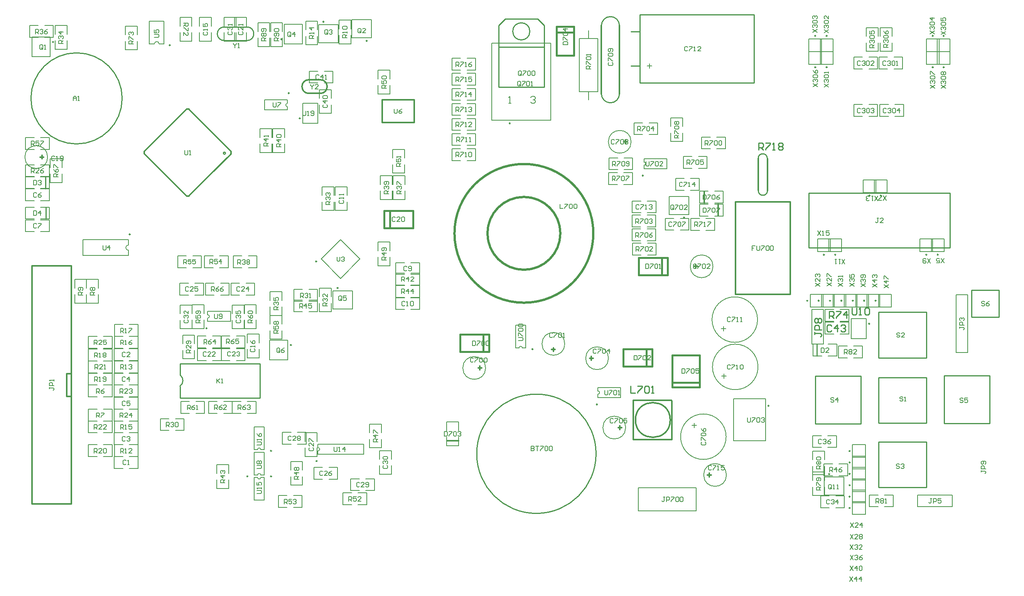
<source format=gto>
%FSLAX43Y43*%
%MOMM*%
G71*
G01*
G75*
%ADD10C,0.300*%
%ADD11C,0.200*%
%ADD12R,1.600X1.800*%
%ADD13R,0.550X1.450*%
%ADD14R,0.550X1.450*%
%ADD15R,0.850X1.300*%
%ADD16C,0.063*%
%ADD17R,10.200X7.300*%
%ADD18R,3.500X2.150*%
%ADD19R,1.100X2.150*%
%ADD20R,1.100X2.150*%
%ADD21R,0.600X2.200*%
%ADD22R,0.600X2.200*%
%ADD23R,2.200X0.600*%
%ADD24R,2.200X0.600*%
%ADD25R,1.800X1.600*%
%ADD26R,1.300X0.850*%
%ADD27R,1.000X2.600*%
%ADD28R,8.000X3.500*%
%ADD29R,6.000X6.000*%
%ADD30R,4.000X3.000*%
%ADD31R,3.000X4.000*%
%ADD32O,5.000X0.600*%
%ADD33R,0.600X1.550*%
%ADD34R,0.600X1.550*%
%ADD35R,1.700X0.600*%
%ADD36R,1.700X0.600*%
%ADD37R,2.700X2.500*%
%ADD38C,1.000*%
%ADD39C,0.400*%
%ADD40C,0.250*%
%ADD41C,0.500*%
%ADD42C,0.800*%
%ADD43C,0.700*%
%ADD44C,1.500*%
%ADD45C,0.600*%
%ADD46C,2.000*%
%ADD47C,0.254*%
%ADD48R,3.000X3.000*%
%ADD49C,1.500*%
%ADD50R,1.500X1.500*%
%ADD51C,5.000*%
%ADD52C,2.400*%
%ADD53C,4.000*%
%ADD54C,2.000*%
%ADD55R,2.000X2.000*%
%ADD56C,1.300*%
%ADD57C,1.400*%
%ADD58C,5.500*%
%ADD59C,3.000*%
%ADD60C,1.800*%
%ADD61R,1.800X1.800*%
%ADD62C,3.500*%
%ADD63C,2.500*%
%ADD64C,1.690*%
%ADD65R,1.690X1.690*%
%ADD66O,1.500X2.000*%
%ADD67R,1.500X2.000*%
%ADD68C,1.200*%
%ADD69C,1.100*%
%ADD70C,0.180*%
%ADD71C,0.150*%
D10*
X-17160Y89000D02*
G03*
X-17160Y92000I-40J1500D01*
G01*
X-19740D02*
G03*
X-19740Y89000I40J-1500D01*
G01*
X59634Y17230D02*
G03*
X59634Y17230I-3821J0D01*
G01*
X-100Y82600D02*
X3400D01*
Y85100D01*
X-3600Y87600D02*
X-100D01*
X-3600Y85100D02*
Y87600D01*
X-100D02*
X3400D01*
Y85100D02*
Y87600D01*
X-3600Y82600D02*
X-100D01*
X-3600D02*
Y85100D01*
X-19740Y92000D02*
X-17160D01*
X-19740Y89000D02*
X-17160D01*
X-78700Y75000D02*
X-77900Y75000D01*
X-78300Y75400D02*
X-78300Y74600D01*
X-80450Y-1235D02*
Y51085D01*
X-71850Y-1235D02*
Y51085D01*
X-72850Y27425D02*
X-71850D01*
X-72850Y22425D02*
Y27425D01*
Y22425D02*
X-71850D01*
X-80450Y51085D02*
X-71850D01*
X-80450Y-1235D02*
X-76150D01*
X-71850D01*
X-46547Y66454D02*
X-46052Y66454D01*
X-46035Y66472D02*
X-41403Y71103D01*
X-51197D02*
X-46618Y66525D01*
X-55846Y75753D02*
Y76247D01*
X-55828Y75735D02*
X-51197Y71103D01*
X-55775Y76318D02*
X-51197Y80897D01*
X-46547Y85546D02*
X-46052D01*
X-51197Y80897D02*
X-46565Y85528D01*
X-45982Y85475D02*
X-41403Y80897D01*
X-36860Y75646D02*
X-36754Y75753D01*
Y76247D01*
X-36772Y76265D02*
X-36754Y76247D01*
X-41403Y80897D02*
X-36772Y76265D01*
X-41403Y71103D02*
X-36825Y75682D01*
X17443Y28658D02*
X18243D01*
X17843Y28258D02*
Y29058D01*
X33574Y32704D02*
X34374D01*
X33974Y32304D02*
Y33104D01*
X64866Y50992D02*
X65666D01*
X65266Y50592D02*
Y51392D01*
X49393Y78358D02*
X50193D01*
X49793Y77958D02*
Y78758D01*
X41916Y30792D02*
X42716D01*
X42316Y30392D02*
Y31192D01*
X48193Y15558D02*
X48993D01*
X48593Y15158D02*
Y15958D01*
X48500Y88900D02*
Y103900D01*
X44500Y88900D02*
Y103900D01*
X67816Y5142D02*
X68616D01*
X68216Y4742D02*
Y5542D01*
X10585Y12676D02*
X13125D01*
X73958Y44841D02*
X85958D01*
Y65161D01*
X73958D02*
X85958D01*
X73958Y44841D02*
Y65161D01*
X51496Y12912D02*
X60005D01*
X51496D02*
Y13039D01*
Y14436D01*
Y21548D01*
X51750D01*
X51877D01*
X59878D01*
X60005Y21421D01*
Y12912D02*
Y21421D01*
X67129Y64938D02*
Y67478D01*
X70174Y62072D02*
Y64612D01*
X78949Y67704D02*
Y74704D01*
X80949Y67624D02*
Y74624D01*
D11*
X-52566Y99850D02*
G03*
X-53633Y99850I-533J0D01*
G01*
X-17700Y10433D02*
G03*
X-17700Y11167I0J367D01*
G01*
X-24400Y86817D02*
G03*
X-24400Y86083I0J-367D01*
G01*
X-59300Y55683D02*
G03*
X-59300Y54517I0J-583D01*
G01*
X-77050Y75000D02*
G03*
X-77050Y75000I-2500J0D01*
G01*
X-41910Y39613D02*
G03*
X-41910Y40346I0J367D01*
G01*
X-30233Y10700D02*
G03*
X-30966Y10700I-367J0D01*
G01*
X-30966Y4600D02*
G03*
X-30233Y4600I367J0D01*
G01*
X-30233Y5100D02*
G03*
X-30966Y5100I-367J0D01*
G01*
X19093Y28658D02*
G03*
X19093Y28658I-2500J0D01*
G01*
X36474Y33954D02*
G03*
X36474Y33954I-2500J0D01*
G01*
X71897Y13551D02*
G03*
X71897Y13551I-5000J0D01*
G01*
X69016Y50992D02*
G03*
X69016Y50992I-2500J0D01*
G01*
X51043Y78358D02*
G03*
X51043Y78358I-2500J0D01*
G01*
X46066Y30792D02*
G03*
X46066Y30792I-2500J0D01*
G01*
X49843Y15558D02*
G03*
X49843Y15558I-2500J0D01*
G01*
X78900Y28886D02*
G03*
X78900Y28886I-5000J0D01*
G01*
X78800Y39286D02*
G03*
X78800Y39286I-5000J0D01*
G01*
X71966Y5142D02*
G03*
X71966Y5142I-2500J0D01*
G01*
X43757Y22873D02*
G03*
X43757Y23606I0J367D01*
G01*
X53857Y73173D02*
G03*
X53857Y73906I0J367D01*
G01*
X27159Y33048D02*
G03*
X26425Y33048I-367J0D01*
G01*
X113900Y720D02*
X121520Y720D01*
X113900Y-1820D02*
Y720D01*
Y-1820D02*
X121520Y-1820D01*
Y720D01*
X122380Y32030D02*
X124920D01*
X122380D02*
Y44730D01*
X124920Y32030D02*
Y44730D01*
X122380D02*
X124920D01*
X121050Y95400D02*
Y98200D01*
X118250Y98200D02*
X121050D01*
X118250Y95400D02*
Y98200D01*
X118250Y95400D02*
X121050D01*
X-12711Y56830D02*
X-8469Y52587D01*
X-16954D02*
X-12711Y48344D01*
X-16954Y52587D02*
X-12711Y56830D01*
X-12711Y48344D02*
X-8469Y52587D01*
X-52566Y99850D02*
X-51500D01*
X-54700D02*
X-53633D01*
X-54700Y104850D02*
X-51500D01*
Y99850D02*
Y104850D01*
X-54700Y99850D02*
Y104850D01*
X-17700Y11900D02*
X-7700D01*
X-17700Y9700D02*
X-7700D01*
Y11900D01*
X-17700Y11167D02*
X-17700Y11900D01*
X-17700Y10433D02*
X-17700Y9700D01*
X-24400Y86817D02*
Y87550D01*
Y85350D02*
Y86083D01*
X-29400Y85350D02*
Y87550D01*
X-24400D01*
X-29400Y85350D02*
X-24400D01*
X-69300Y53350D02*
X-59300D01*
X-69300Y56850D02*
X-59300D01*
X-69300D02*
X-69300Y53350D01*
X-59300D02*
Y54517D01*
Y55683D02*
Y56850D01*
X-14445Y41596D02*
X-14445Y45596D01*
X-10145Y45596D01*
Y41596D02*
Y45596D01*
X-14445Y41596D02*
X-10145Y41596D01*
X-81905Y61388D02*
X-80005Y61388D01*
X-81905Y63988D02*
X-80005Y63988D01*
X-78605Y61388D02*
X-76705Y61388D01*
X-78605Y63988D02*
X-76705Y63988D01*
X-76705Y61388D02*
X-76705Y63988D01*
X-81905Y61388D02*
X-81905Y63988D01*
X-17750Y82400D02*
Y86800D01*
X-21050Y82400D02*
Y86800D01*
Y82400D02*
X-17750D01*
X-21050Y86800D02*
X-17750D01*
X-43706Y103798D02*
X-43706Y105698D01*
X-41106Y103798D02*
Y105698D01*
X-43706Y100498D02*
Y102398D01*
X-41106Y100498D02*
Y102398D01*
X-43706Y100498D02*
X-41106D01*
X-43706Y105698D02*
X-41106D01*
X-30900Y104500D02*
X-28300D01*
X-30900Y99300D02*
X-28300D01*
Y101200D01*
X-30900Y99300D02*
Y101200D01*
X-28300Y102600D02*
Y104500D01*
X-30900Y102600D02*
Y104500D01*
X-28100Y99300D02*
X-25500D01*
X-28100Y104500D02*
X-25500D01*
X-28100Y102600D02*
Y104500D01*
X-25500Y102600D02*
Y104500D01*
X-28100Y99300D02*
Y101200D01*
X-25500Y99300D02*
Y101200D01*
X-25100Y99850D02*
X-21100D01*
X-25100D02*
Y104150D01*
X-21100D01*
X-21100D02*
X-21100Y99850D01*
X-20393Y104888D02*
X-17793D01*
X-20393Y99688D02*
X-17793D01*
Y101588D01*
X-20393Y99688D02*
Y101588D01*
X-17793Y104888D02*
X-17793Y102988D01*
X-20393D02*
Y104888D01*
X-17552Y100098D02*
Y104098D01*
X-13252D01*
Y100098D02*
Y104098D01*
X-17552Y100098D02*
X-13252D01*
X-13093Y105088D02*
X-10493D01*
X-13093Y99888D02*
X-10493D01*
Y101788D01*
X-13093Y99888D02*
Y101788D01*
X-10493Y105088D02*
X-10493Y103188D01*
X-13093D02*
Y105088D01*
X-10248Y105202D02*
X-5948D01*
X-10248Y101202D02*
Y105202D01*
Y101202D02*
X-5948D01*
Y105202D01*
X-30403Y81203D02*
X-27803D01*
X-30403Y76003D02*
X-27803D01*
X-27803Y77903D01*
X-30403Y76003D02*
Y77903D01*
X-27803Y81203D02*
X-27803Y79303D01*
X-30403D02*
Y81203D01*
X-27603D02*
X-25003D01*
X-27603Y76003D02*
X-25003D01*
X-25003Y77903D01*
X-27603Y76003D02*
Y77903D01*
X-25003Y81203D02*
X-25003Y79303D01*
X-27603D02*
Y81203D01*
X-42591Y50704D02*
X-42591Y53304D01*
X-37391Y50704D02*
Y53304D01*
X-39291D02*
X-37391D01*
X-39291Y50704D02*
X-37391Y50704D01*
X-42591Y53304D02*
X-40691Y53304D01*
X-42591Y50704D02*
X-40691D01*
X-36291D02*
Y53304D01*
X-31091Y50704D02*
Y53304D01*
X-32991D02*
X-31091D01*
X-32991Y50704D02*
X-31091D01*
X-36291Y53304D02*
X-34391Y53304D01*
X-36291Y50704D02*
X-34391D01*
X-16796Y68491D02*
X-14196D01*
X-16796Y63291D02*
X-14196D01*
Y65191D01*
X-16796Y63291D02*
Y65191D01*
X-14196Y68491D02*
X-14196Y66591D01*
X-16796D02*
Y68491D01*
X-13897Y68488D02*
X-13897Y66588D01*
X-11297D02*
Y68488D01*
X-13897Y63288D02*
Y65188D01*
X-11297Y63288D02*
Y65188D01*
X-13897Y63288D02*
X-11297D01*
X-13897Y68488D02*
X-11297D01*
X-1304Y71509D02*
X1296Y71509D01*
X-1304Y76709D02*
X1296D01*
X-1304Y74809D02*
Y76709D01*
X1296D02*
X1296Y74809D01*
X-1304Y73409D02*
X-1304Y71509D01*
X1296Y71509D02*
Y73409D01*
X-1196Y70891D02*
X1404Y70891D01*
X-1196Y65691D02*
X1404D01*
Y67591D01*
X-1196D02*
X-1196Y65691D01*
X1404Y70891D02*
X1404Y68991D01*
X-1196D02*
Y70891D01*
X2689Y51798D02*
X4589Y51798D01*
X2689Y49198D02*
X4589D01*
X-611Y51798D02*
X1289D01*
X-611Y49198D02*
X1289D01*
X-611D02*
Y51798D01*
X4589Y49198D02*
X4589Y51798D01*
X-4496Y94091D02*
X-1896Y94091D01*
X-4496Y88891D02*
X-1896D01*
Y90791D01*
X-4496D02*
X-4496Y88891D01*
X-1896Y94091D02*
X-1896Y92191D01*
X-4496D02*
Y94091D01*
X-3996Y70891D02*
X-1396D01*
X-3996Y65691D02*
X-1396D01*
Y67591D01*
X-3996Y65691D02*
Y67591D01*
X-1396Y70891D02*
X-1396Y68991D01*
X-3996D02*
Y70891D01*
X-4504Y51109D02*
X-1904Y51109D01*
X-4504Y56309D02*
X-1904D01*
X-4504Y54409D02*
Y56309D01*
X-1904D02*
X-1904Y54409D01*
X-4504Y53009D02*
X-4504Y51109D01*
X-1904Y51109D02*
Y53009D01*
X-77700Y103900D02*
X-75800D01*
X-77700Y101300D02*
X-75800D01*
X-81000Y103900D02*
X-79100D01*
X-81000Y101300D02*
X-79100D01*
X-81000D02*
Y103900D01*
X-75800Y101300D02*
Y103900D01*
X-75400Y102000D02*
Y103900D01*
X-72800Y102000D02*
Y103900D01*
X-75400Y98700D02*
Y100600D01*
X-72800Y98700D02*
Y100600D01*
X-75400Y98700D02*
X-72800D01*
X-75400Y103900D02*
X-72800D01*
X-80500Y97050D02*
Y101350D01*
X-80500Y97050D02*
X-76500D01*
Y101350D01*
X-80500D02*
X-76500D01*
X-60000Y103800D02*
X-57400D01*
X-60000Y98600D02*
X-57400D01*
Y100500D01*
X-60000Y98600D02*
Y100500D01*
X-57400Y101900D02*
Y103800D01*
X-60000Y101900D02*
Y103800D01*
X-48000D02*
Y105700D01*
X-45400Y103800D02*
Y105700D01*
X-48000Y100500D02*
Y102400D01*
X-45400Y100500D02*
Y102400D01*
X-48000Y100500D02*
X-45400D01*
X-48000Y105700D02*
X-45400D01*
X-76700Y76700D02*
Y79300D01*
X-81900Y76700D02*
Y79300D01*
Y76700D02*
X-80000D01*
X-81900Y79300D02*
X-80000D01*
X-78600Y76700D02*
X-76700D01*
X-78600Y79300D02*
X-76700D01*
X-76697Y70703D02*
Y73303D01*
X-81897D02*
X-81897Y70703D01*
X-79997Y70703D01*
X-81897Y73303D02*
X-79997D01*
X-78597Y70703D02*
X-76697D01*
X-78597Y73303D02*
X-76697D01*
X-81905Y68088D02*
X-81905Y70688D01*
X-76705Y68088D02*
X-76705Y70688D01*
X-78605Y70688D02*
X-76705Y70688D01*
X-78605Y68088D02*
X-76705Y68088D01*
X-81905Y70688D02*
X-80005Y70688D01*
X-81905Y68088D02*
X-80005Y68088D01*
X-76503Y72703D02*
Y74603D01*
X-73903D02*
X-73903Y72703D01*
X-76503Y69403D02*
Y71303D01*
X-73903Y69403D02*
X-73903Y71303D01*
X-76503Y69403D02*
X-73903D01*
X-76503Y74603D02*
X-73903D01*
X-81900Y65400D02*
X-81900Y68000D01*
X-76700Y65400D02*
Y68000D01*
X-78600D02*
X-76700D01*
X-78600Y65400D02*
X-76700D01*
X-81900Y68000D02*
X-80000Y68000D01*
X-81900Y65400D02*
X-80000Y65400D01*
X-81900Y58600D02*
Y61200D01*
X-76700Y58600D02*
Y61200D01*
X-78600D02*
X-76700D01*
X-78600Y58600D02*
X-76700D01*
X-81900Y61200D02*
X-80000D01*
X-81900Y58600D02*
X-80000D01*
X-71097Y42897D02*
X-68497D01*
X-71097Y48097D02*
X-68497D01*
X-71097Y46197D02*
X-71097Y48097D01*
X-68497Y46197D02*
Y48097D01*
X-71097Y44797D02*
X-71097Y42897D01*
X-68497D02*
Y44797D01*
X-68497Y42897D02*
X-65897D01*
X-68497Y48097D02*
X-65897D01*
X-68497Y46197D02*
X-68497Y48097D01*
X-65897Y46197D02*
Y48097D01*
X-68497Y44797D02*
X-68497Y42897D01*
X-65897D02*
Y44797D01*
X-68103Y32997D02*
X-66203D01*
X-68103Y35597D02*
X-66203Y35597D01*
X-64803Y32997D02*
X-62903D01*
X-64803Y35597D02*
X-62903Y35597D01*
Y32997D02*
Y35597D01*
X-68103Y32997D02*
Y35597D01*
X-62897Y30203D02*
Y32803D01*
X-68097Y30203D02*
Y32803D01*
Y30203D02*
X-66197Y30203D01*
X-68097Y32803D02*
X-66197D01*
X-64797Y30203D02*
X-62897Y30203D01*
X-64797Y32803D02*
X-62897D01*
X-68103Y27597D02*
X-66203D01*
X-68103Y30197D02*
X-66203Y30197D01*
X-64803Y27597D02*
X-62903D01*
X-64803Y30197D02*
X-62903Y30197D01*
Y27597D02*
Y30197D01*
X-68103Y27597D02*
Y30197D01*
X-62897Y24903D02*
Y27503D01*
X-68097Y24903D02*
Y27503D01*
Y24903D02*
X-66197Y24903D01*
X-68097Y27503D02*
X-66197D01*
X-64797Y24903D02*
X-62897Y24903D01*
X-64797Y27503D02*
X-62897D01*
X-68103Y22297D02*
X-66203D01*
X-68103Y24897D02*
X-66203Y24897D01*
X-64803Y22297D02*
X-62903D01*
X-64803Y24897D02*
X-62903Y24897D01*
Y22297D02*
Y24897D01*
X-68103Y22297D02*
Y24897D01*
Y16997D02*
X-66203D01*
X-68103Y19597D02*
X-66203Y19597D01*
X-64803Y16997D02*
X-62903D01*
X-64803Y19597D02*
X-62903Y19597D01*
Y16997D02*
Y19597D01*
X-68103Y16997D02*
Y19597D01*
Y14397D02*
X-66203D01*
X-68103Y16997D02*
X-66203Y16997D01*
X-64803Y14397D02*
X-62903D01*
X-64803Y16997D02*
X-62903Y16997D01*
Y14397D02*
Y16997D01*
X-68103Y14397D02*
Y16997D01*
Y9197D02*
X-66203D01*
X-68103Y11797D02*
X-66203Y11797D01*
X-64803Y9197D02*
X-62903D01*
X-64803Y11797D02*
X-62903Y11797D01*
Y9197D02*
Y11797D01*
X-68103Y9197D02*
Y11797D01*
X-57197Y35603D02*
Y38203D01*
X-62397Y35603D02*
Y38203D01*
Y35603D02*
X-60497Y35603D01*
X-62397Y38203D02*
X-60497D01*
X-59097Y35603D02*
X-57197Y35603D01*
X-59097Y38203D02*
X-57197D01*
X-59097Y35603D02*
X-57197D01*
X-59097Y33003D02*
X-57197Y33003D01*
X-62397Y35603D02*
X-60497D01*
X-62397Y33003D02*
X-60497Y33003D01*
X-62397Y33003D02*
Y35603D01*
X-57197Y33003D02*
Y35603D01*
X-57200Y30300D02*
Y32900D01*
X-62400Y30300D02*
Y32900D01*
Y30300D02*
X-60500D01*
X-62400Y32900D02*
X-60500D01*
X-59100Y30300D02*
X-57200D01*
X-59100Y32900D02*
X-57200D01*
X-57197Y27603D02*
Y30203D01*
X-62397Y27603D02*
Y30203D01*
Y27603D02*
X-60497Y27603D01*
X-62397Y30203D02*
X-60497D01*
X-59097Y27603D02*
X-57197Y27603D01*
X-59097Y30203D02*
X-57197D01*
X-47946Y40591D02*
Y42491D01*
X-45346Y42491D02*
X-45346Y40591D01*
X-47946Y37291D02*
Y39191D01*
X-45346Y37291D02*
Y39191D01*
X-47946Y37291D02*
X-45346D01*
X-47946Y42491D02*
X-45346Y42491D01*
X-59100Y27500D02*
X-57200D01*
X-59100Y24900D02*
X-57200D01*
X-62400Y27500D02*
X-60500D01*
X-62400Y24900D02*
X-60500D01*
X-62400D02*
Y27500D01*
X-57200Y24900D02*
Y27500D01*
X-62403Y22297D02*
X-60503D01*
X-62403Y24897D02*
X-60503Y24897D01*
X-59103Y22297D02*
X-57203D01*
X-59103Y24897D02*
X-57203Y24897D01*
Y22297D02*
Y24897D01*
X-62403Y22297D02*
Y24897D01*
X-59100Y22200D02*
X-57200D01*
X-59100Y19600D02*
X-57200D01*
X-62400Y22200D02*
X-60500D01*
X-62400Y19600D02*
X-60500D01*
X-62400D02*
Y22200D01*
X-57200Y19600D02*
Y22200D01*
X-62403Y16997D02*
X-60503D01*
X-62403Y19597D02*
X-60503Y19597D01*
X-59103Y16997D02*
X-57203D01*
X-59103Y19597D02*
X-57203Y19597D01*
Y16997D02*
Y19597D01*
X-62403Y16997D02*
Y19597D01*
X-59097Y17003D02*
X-57197D01*
X-59097Y14403D02*
X-57197Y14403D01*
X-62397Y17003D02*
X-60497D01*
X-62397Y14403D02*
X-60497Y14403D01*
X-62397Y14403D02*
Y17003D01*
X-57197Y14403D02*
Y17003D01*
X-59100Y14400D02*
X-57200D01*
X-59100Y11800D02*
X-57200D01*
X-62400Y14400D02*
X-60500D01*
X-62400Y11800D02*
X-60500D01*
X-62400D02*
Y14400D01*
X-57200Y11800D02*
Y14400D01*
X-59097Y11803D02*
X-57197D01*
X-59097Y9203D02*
X-57197Y9203D01*
X-62397Y11803D02*
X-60497D01*
X-62397Y9203D02*
X-60497Y9203D01*
X-62397Y9203D02*
Y11803D01*
X-57197Y9203D02*
Y11803D01*
X-59100Y9200D02*
X-57200D01*
X-59100Y6600D02*
X-57200D01*
X-62400Y9200D02*
X-60500D01*
X-62400Y6600D02*
X-60500D01*
X-62400D02*
Y9200D01*
X-57200Y6600D02*
Y9200D01*
X4591Y44196D02*
X4591Y46796D01*
X-609Y44196D02*
Y46796D01*
Y44196D02*
X1291D01*
X-609Y46796D02*
X1291Y46796D01*
X2691Y44196D02*
X4591Y44196D01*
X2691Y46796D02*
X4591D01*
X2689Y44098D02*
X4589Y44098D01*
X2689Y41498D02*
X4589D01*
X-611Y44098D02*
X1289D01*
X-611Y41498D02*
X1289D01*
X-611D02*
Y44098D01*
X4589Y41498D02*
Y44098D01*
X-44709Y47296D02*
X-42809D01*
X-44709Y44696D02*
X-42809Y44696D01*
X-48009Y47296D02*
X-46109Y47296D01*
X-48009Y44696D02*
X-46109D01*
X-48009D02*
Y47296D01*
X-42809Y44696D02*
X-42809Y47296D01*
X-42703Y37309D02*
Y39209D01*
X-45303D02*
X-45303Y37309D01*
X-42703Y40609D02*
X-42703Y42509D01*
X-45303Y40609D02*
X-45303Y42509D01*
X-42703D01*
X-45303Y37309D02*
X-42703D01*
X-42387Y44707D02*
Y47307D01*
X-37187Y44707D02*
Y47307D01*
X-39087D02*
X-37187D01*
X-39087Y44707D02*
X-37187D01*
X-42387Y47307D02*
X-40487Y47307D01*
X-42387Y44707D02*
X-40487D01*
X-41910Y38880D02*
Y39613D01*
Y40346D02*
Y41080D01*
X-36910Y38880D02*
Y41080D01*
X-41910Y38880D02*
X-36910D01*
X-41910Y41080D02*
X-36910D01*
X-36497Y40591D02*
Y42491D01*
X-33897D02*
X-33897Y40591D01*
X-36497Y37291D02*
Y39191D01*
X-33897Y37291D02*
Y39191D01*
X-36497Y37291D02*
X-33897D01*
X-36497Y42491D02*
X-33897D01*
X-40859Y35696D02*
X-38959D01*
X-40859Y33096D02*
X-38959Y33096D01*
X-44159Y35696D02*
X-42259Y35696D01*
X-44159Y33096D02*
X-42259D01*
X-44159D02*
Y35696D01*
X-38959Y33096D02*
X-38959Y35696D01*
X-44141Y30304D02*
X-42241D01*
X-44141Y32904D02*
X-42241Y32904D01*
X-40841Y30304D02*
X-38941Y30304D01*
X-40841Y32904D02*
X-38941D01*
Y30304D02*
Y32904D01*
X-44141Y30304D02*
X-44141Y32904D01*
X-36791Y44704D02*
X-34891Y44704D01*
X-36791Y47304D02*
X-34891Y47304D01*
X-33491Y44704D02*
X-31591D01*
X-33491Y47304D02*
X-31591D01*
Y44704D02*
Y47304D01*
X-36791Y44704D02*
X-36791Y47304D01*
X-31254Y37309D02*
Y39209D01*
X-33854D02*
X-33854Y37309D01*
X-31254Y42509D02*
X-31254Y40609D01*
X-33854D02*
Y42509D01*
X-31254D01*
X-33854Y37309D02*
X-31254Y37309D01*
X-38941Y33104D02*
X-37041D01*
X-38941Y35704D02*
X-37041Y35704D01*
X-35641Y33104D02*
X-33741Y33104D01*
X-35641Y35704D02*
X-33741D01*
Y33104D02*
Y35704D01*
X-38941Y33104D02*
X-38941Y35704D01*
X-38941Y30304D02*
X-37041D01*
X-38941Y32904D02*
X-37041Y32904D01*
X-35641Y30304D02*
X-33741Y30304D01*
X-35641Y32904D02*
X-33741D01*
Y30304D02*
Y32904D01*
X-38941Y30304D02*
X-38941Y32904D01*
X-33200Y36100D02*
X-30600D01*
X-33200Y30900D02*
X-30600D01*
Y32800D01*
X-33200Y30900D02*
Y32800D01*
X-30600Y34200D02*
Y36100D01*
X-33200Y34200D02*
Y36100D01*
X-44509Y21296D02*
X-42609D01*
X-44509Y18696D02*
X-42609Y18696D01*
X-47809Y21296D02*
X-45909Y21296D01*
X-47809Y18696D02*
X-45909D01*
X-47809D02*
Y21296D01*
X-42609Y18696D02*
X-42609Y21296D01*
X-41700Y18704D02*
X-39800D01*
X-41700Y21304D02*
X-39800Y21304D01*
X-38400Y18704D02*
X-36500Y18704D01*
X-38400Y21304D02*
X-36500D01*
Y18704D02*
Y21304D01*
X-41700Y18704D02*
X-41700Y21304D01*
X-52287Y14907D02*
Y17507D01*
X-47087Y14907D02*
Y17507D01*
X-48987D02*
X-47087D01*
X-48987Y14907D02*
X-47087D01*
X-52287Y17507D02*
X-50387Y17507D01*
X-52287Y14907D02*
X-50387D01*
X-36491Y18704D02*
X-34591D01*
X-36491Y21304D02*
X-34591Y21304D01*
X-33191Y18704D02*
X-31291Y18704D01*
X-33191Y21304D02*
X-31291D01*
Y18704D02*
Y21304D01*
X-36491Y18704D02*
X-36491Y21304D01*
X-25604Y40209D02*
Y42109D01*
X-28204D02*
X-28204Y40209D01*
X-25604Y45409D02*
X-25604Y43509D01*
X-28204D02*
Y45409D01*
X-25604D01*
X-28204Y40209D02*
X-25604Y40209D01*
X-28196Y38291D02*
Y40191D01*
X-25596Y40191D02*
X-25596Y38291D01*
X-28196Y36891D02*
X-28196Y34991D01*
X-25596D02*
Y36891D01*
X-28196Y34991D02*
X-25596D01*
X-28196Y40191D02*
X-25596Y40191D01*
X-28304Y34746D02*
X-24304Y34746D01*
X-24304Y30446D02*
X-24304Y34746D01*
X-28304Y30446D02*
X-24304D01*
X-28304Y34746D02*
X-28304Y30446D01*
X-22991Y43304D02*
X-22991Y45904D01*
X-17791Y43304D02*
Y45904D01*
X-19691D02*
X-17791D01*
X-19691Y43304D02*
X-17791Y43304D01*
X-22991Y45904D02*
X-21091Y45904D01*
X-22991Y43304D02*
X-21091D01*
X-17809Y40996D02*
X-17809Y43596D01*
X-23009Y40996D02*
Y43596D01*
Y40996D02*
X-21109D01*
X-23009Y43596D02*
X-21109Y43596D01*
X-19709Y40996D02*
X-17809Y40996D01*
X-19709Y43596D02*
X-17809D01*
X-17404Y41009D02*
X-14804Y41009D01*
X-17404Y46209D02*
X-14804D01*
X-17404Y44309D02*
Y46209D01*
X-14804D02*
X-14804Y44309D01*
X-17404Y42909D02*
X-17404Y41009D01*
X-14804Y41009D02*
Y42909D01*
X-25500Y11900D02*
X-23600Y11900D01*
X-25500Y14500D02*
X-23600Y14500D01*
X-22200Y11900D02*
X-20300Y11900D01*
X-22200Y14500D02*
X-20300Y14500D01*
X-20300Y11900D02*
X-20300Y14500D01*
X-25500D02*
X-25500Y11900D01*
X-30233Y10700D02*
X-29500D01*
X-31700D02*
X-30966Y10700D01*
X-31700Y15700D02*
X-29500Y15700D01*
X-29500Y10700D01*
X-31700D02*
Y15700D01*
X-20500Y12500D02*
Y14400D01*
X-17900Y12500D02*
Y14400D01*
X-20500Y9200D02*
Y11100D01*
X-17900Y9200D02*
Y11100D01*
X-20500Y9200D02*
X-17900D01*
X-20500Y14400D02*
X-17900D01*
X-6350Y16300D02*
X-3750D01*
X-6350Y11100D02*
X-3750D01*
Y13000D01*
X-6350Y11100D02*
Y13000D01*
X-3750Y14400D02*
Y16300D01*
X-6350Y14400D02*
X-6350Y16300D01*
X-29500Y-400D02*
Y4600D01*
X-31700Y-400D02*
Y4600D01*
Y-400D02*
X-29500D01*
X-30233Y4600D02*
X-29500D01*
X-31700D02*
X-30966D01*
X-5300Y1700D02*
Y4300D01*
X-10500Y1700D02*
Y4300D01*
Y1700D02*
X-8600D01*
X-10500Y4300D02*
X-8600D01*
X-7200Y1700D02*
X-5300D01*
X-7200Y4300D02*
X-5300D01*
X-21200Y-2000D02*
Y600D01*
X-26400Y-2000D02*
Y600D01*
Y-2000D02*
X-24500D01*
X-26400Y600D02*
X-24500D01*
X-23100Y-2000D02*
X-21200D01*
X-23100Y600D02*
X-21200D01*
X-12200Y-1400D02*
Y1200D01*
X-7000Y-1400D02*
Y1200D01*
X-8900D02*
X-7000D01*
X-8900Y-1400D02*
X-7000D01*
X-12200Y1200D02*
X-10300D01*
X-12200Y-1400D02*
X-10300D01*
X-39900Y2200D02*
X-37300D01*
X-39900Y7400D02*
X-37300D01*
X-39900Y5500D02*
Y7400D01*
X-37300Y5500D02*
Y7400D01*
X-39900Y2200D02*
Y4100D01*
X-37300Y2200D02*
Y4100D01*
X-30233Y5100D02*
X-29500D01*
X-31700D02*
X-30966Y5100D01*
X-31700Y10100D02*
X-29500Y10100D01*
X-29500Y5100D01*
X-31700D02*
Y10100D01*
X-23700Y2900D02*
X-21100D01*
X-23700Y8100D02*
X-21100D01*
X-23700Y6200D02*
Y8100D01*
X-21100Y6200D02*
Y8100D01*
X-23700Y2900D02*
Y4800D01*
X-21100Y2900D02*
Y4800D01*
X-18600Y4200D02*
Y6800D01*
X-13400Y4200D02*
Y6800D01*
X-15300D02*
X-13400D01*
X-15300Y4200D02*
X-13400D01*
X-18600Y6800D02*
X-16700D01*
X-18600Y4200D02*
X-16700Y4200D01*
X-4200Y5300D02*
X-1600D01*
X-4200Y10500D02*
X-1600D01*
X-4200D02*
X-4200Y8600D01*
X-1600D02*
Y10500D01*
X-4200Y5300D02*
Y7200D01*
X-1600Y5300D02*
Y7200D01*
X-47393Y35888D02*
X-44793D01*
X-47393Y30688D02*
X-44793D01*
Y32588D01*
X-47393Y30688D02*
Y32588D01*
X-44793Y33988D02*
Y35888D01*
X-47393Y33988D02*
Y35888D01*
X-48491Y50704D02*
X-48491Y53304D01*
X-43291Y50704D02*
Y53304D01*
X-45191D02*
X-43291D01*
X-45191Y50704D02*
X-43291Y50704D01*
X-48491Y53304D02*
X-46591Y53304D01*
X-48491Y50704D02*
X-46591D01*
X4591Y46896D02*
X4591Y49496D01*
X-609Y46896D02*
Y49496D01*
Y46896D02*
X1291D01*
X-609Y49496D02*
X1291Y49496D01*
X2691Y46896D02*
X4591Y46896D01*
X2691Y49496D02*
X4591D01*
X93450Y700D02*
X97750Y700D01*
Y700D02*
Y4700D01*
X93450D02*
X97750D01*
X93450Y700D02*
Y4700D01*
X105650Y83950D02*
X107550D01*
X105650Y86550D02*
X107550D01*
X108950Y83950D02*
X110850D01*
X108950Y86550D02*
X110850D01*
Y83950D02*
Y86550D01*
X105650Y83950D02*
Y86550D01*
X108344Y98262D02*
Y100162D01*
X105744D02*
X105744Y98262D01*
X108344Y101562D02*
Y103462D01*
X105744Y101562D02*
Y103462D01*
X108344D01*
X105744Y98262D02*
X108344D01*
X102644D02*
X105244D01*
X102644Y103462D02*
X105244D01*
X102644Y101562D02*
Y103462D01*
X105244Y101562D02*
Y103462D01*
X102644Y100162D02*
X102644Y98262D01*
X105244D02*
Y100162D01*
X92550Y95400D02*
X95350D01*
X92550Y95400D02*
Y98200D01*
X95350D01*
X95350Y95400D02*
Y98200D01*
X92550Y101000D02*
X95350D01*
X95350Y98200D02*
Y101000D01*
X92550Y98200D02*
X95350D01*
X92550Y98200D02*
Y101000D01*
X105150Y94350D02*
Y96950D01*
X99950Y94350D02*
Y96950D01*
Y94350D02*
X101850D01*
X99950Y96950D02*
X101850D01*
X103250Y94350D02*
X105150D01*
X103250Y96950D02*
X105150D01*
X105450Y94350D02*
Y96950D01*
X110650Y94350D02*
Y96950D01*
X108750D02*
X110650D01*
X108750Y94350D02*
X110650D01*
X105450Y96950D02*
X107350D01*
X105450Y94350D02*
X107350D01*
X90050Y101000D02*
X92850D01*
X92850Y98200D02*
Y101000D01*
X90050Y98200D02*
X92850D01*
X90050Y98200D02*
Y101000D01*
X115850D02*
X118650D01*
X118650Y98200D02*
Y101000D01*
X115850Y98200D02*
X118650D01*
X115850Y98200D02*
Y101000D01*
X105150Y83950D02*
Y86550D01*
X99950Y83950D02*
Y86550D01*
Y83950D02*
X101850D01*
X99950Y86550D02*
X101850D01*
X103250Y83950D02*
X105150D01*
X103250Y86550D02*
X105150D01*
X118250Y101000D02*
X121050D01*
X121050Y98200D02*
Y101000D01*
X118250Y98200D02*
X121050D01*
X118250Y98200D02*
Y101000D01*
X90050Y95400D02*
X92850D01*
X90050Y95400D02*
Y98200D01*
X92850D01*
X92850Y95400D02*
Y98200D01*
X115850Y95400D02*
X118650D01*
X115850Y95400D02*
Y98200D01*
X118650D01*
X118650Y95400D02*
Y98200D01*
X116950Y54200D02*
X119750D01*
X116950D02*
X116950Y57000D01*
X119750D01*
X119750Y54200D02*
Y57000D01*
X117250Y54200D02*
Y57000D01*
X114450Y57000D02*
X117250Y57000D01*
X114450Y54200D02*
Y57000D01*
X114450Y54200D02*
X117250D01*
X104450Y67200D02*
X107250D01*
X104450Y67200D02*
Y70000D01*
X107250D01*
X107250Y67200D02*
Y70000D01*
X101950Y67200D02*
X104750D01*
X101950D02*
X101950Y70000D01*
X104750D01*
X104750Y67200D02*
Y70000D01*
X97250Y54200D02*
Y57000D01*
X94450Y57000D02*
X97250D01*
X94450Y54200D02*
Y57000D01*
X94450Y54200D02*
X97250D01*
X91950D02*
X94750D01*
X91950Y54200D02*
Y57000D01*
X94750D01*
X94750Y54200D02*
Y57000D01*
X105350Y42050D02*
X108150D01*
X108150Y42050D02*
Y44850D01*
X105350D02*
X108150D01*
X105350Y42050D02*
Y44850D01*
X99650Y1500D02*
X102450D01*
X102450Y1500D02*
Y4300D01*
X99650D02*
X102450D01*
X99650Y1500D02*
Y4300D01*
Y-1000D02*
X102450D01*
X102450Y-1000D02*
Y1800D01*
X99650D02*
X102450D01*
X99650Y-1000D02*
Y1800D01*
Y9000D02*
X102450D01*
X102450Y9000D02*
Y11800D01*
X99650D02*
X102450D01*
X99650Y9000D02*
Y11800D01*
Y-3500D02*
X102450D01*
X102450Y-3500D02*
Y-700D01*
X99650D02*
X102450D01*
X99650Y-3500D02*
Y-700D01*
Y6500D02*
X102450D01*
X102450Y6500D02*
Y9300D01*
X99650D02*
X102450D01*
X99650Y6500D02*
Y9300D01*
Y4000D02*
X102450D01*
X102450Y4000D02*
Y6800D01*
X99650D02*
X102450D01*
X99650Y4000D02*
Y6800D01*
X90350Y42050D02*
X93150D01*
X93150Y42050D02*
Y44850D01*
X90350D02*
X93150D01*
X90350Y42050D02*
Y44850D01*
X92850Y42050D02*
X95650D01*
X95650Y42050D02*
Y44850D01*
X92850D02*
X95650D01*
X92850Y42050D02*
Y44850D01*
X95350Y42050D02*
X98150D01*
X98150Y42050D02*
Y44850D01*
X95350D02*
X98150D01*
X95350Y42050D02*
Y44850D01*
X97850Y42050D02*
X100650D01*
X100650Y42050D02*
Y44850D01*
X97850D02*
X100650D01*
X97850Y42050D02*
Y44850D01*
X100350Y42050D02*
X103150D01*
X103150Y42050D02*
Y44850D01*
X100350D02*
X103150D01*
X100350Y42050D02*
Y44850D01*
X102850Y42050D02*
X105650D01*
X105650Y42050D02*
Y44850D01*
X102850D02*
X105650D01*
X102850Y42050D02*
Y44850D01*
X96200Y31300D02*
Y33900D01*
X91000Y31300D02*
Y33900D01*
Y31300D02*
X92900D01*
X91000Y33900D02*
X92900D01*
X94300Y31300D02*
X96200D01*
X94300Y33900D02*
X96200D01*
X96600Y30900D02*
X98500D01*
X96600Y33500D02*
X98500D01*
X99900Y30900D02*
X101800D01*
X99900Y33500D02*
X101800D01*
Y30900D02*
Y33500D01*
X96600Y30900D02*
Y33500D01*
X96100Y11200D02*
Y13800D01*
X90900Y11200D02*
Y13800D01*
Y11200D02*
X92800D01*
X90900Y13800D02*
X92800D01*
X94200Y11200D02*
X96100D01*
X94200Y13800D02*
X96100D01*
X90900Y5800D02*
X93500D01*
X90900Y600D02*
X93500D01*
Y2500D01*
X90900Y600D02*
Y2500D01*
X93500Y3900D02*
Y5800D01*
X90900Y3900D02*
Y5800D01*
X95950Y550D02*
X97850D01*
X95950Y-2050D02*
X97850D01*
X92650Y550D02*
X94550D01*
X92650Y-2050D02*
X94550D01*
X92650D02*
Y550D01*
X97850Y-2050D02*
Y550D01*
X108550Y-1850D02*
Y750D01*
X103350Y-1850D02*
Y750D01*
Y-1850D02*
X105250D01*
X103350Y750D02*
X105250D01*
X106650Y-1850D02*
X108550D01*
X106650Y750D02*
X108550D01*
X90900Y10400D02*
X93500D01*
X90900Y5200D02*
X93500D01*
Y7100D01*
X90900Y5200D02*
Y7100D01*
X93500Y8500D02*
Y10400D01*
X90900Y8500D02*
Y10400D01*
X98579Y4994D02*
Y7594D01*
X93379Y4994D02*
Y7594D01*
Y4994D02*
X95279D01*
X93379Y7594D02*
X95279D01*
X96679Y4994D02*
X98579D01*
X96679Y7594D02*
X98579D01*
X-17403Y87903D02*
Y89803D01*
X-14803Y87903D02*
Y89803D01*
X-17403Y84603D02*
Y86503D01*
X-14803Y84603D02*
Y86503D01*
X-17403Y84603D02*
X-14803D01*
X-17403Y89803D02*
X-14803D01*
X-19603Y91297D02*
X-17703D01*
X-19603Y93897D02*
X-17703Y93897D01*
X-16303Y91297D02*
X-14403D01*
X-16303Y93897D02*
X-14403Y93897D01*
Y91297D02*
Y93897D01*
X-19603Y91297D02*
Y93897D01*
X-38297Y100497D02*
X-35697D01*
X-38297Y105697D02*
X-35697D01*
X-38297Y103797D02*
Y105697D01*
X-35697Y103797D02*
Y105697D01*
X-38297Y100497D02*
Y102397D01*
X-35697Y100497D02*
Y102397D01*
X-35997Y100497D02*
X-33397D01*
X-35997Y105697D02*
X-33397D01*
X-35997Y103797D02*
Y105697D01*
X-33397Y103797D02*
Y105697D01*
X-35997Y100497D02*
Y102397D01*
X-33397Y100497D02*
Y102397D01*
X64397Y16051D02*
X65413D01*
X64897Y15535D02*
Y16551D01*
X70900Y26886D02*
X71916D01*
X71400Y26386D02*
Y27402D01*
X70800Y37286D02*
X71816D01*
X71300Y36786D02*
Y37802D01*
X55043Y94524D02*
Y95540D01*
X54543Y95024D02*
X55559D01*
X54592Y65343D02*
X56492D01*
X54592Y62743D02*
X56492D01*
X51292Y65343D02*
X53192D01*
X51292Y62743D02*
X53192D01*
X51292D02*
Y65343D01*
X56492Y62743D02*
Y65343D01*
X64092Y70293D02*
X65992D01*
X64092Y67693D02*
X65992D01*
X60792Y70293D02*
X62692D01*
X60792Y67693D02*
X62692D01*
X60792D02*
Y70293D01*
X65992Y67693D02*
Y70293D01*
X10564Y14895D02*
Y16795D01*
X13164Y14895D02*
Y16795D01*
X10564Y11595D02*
Y13495D01*
X13164Y11595D02*
Y13495D01*
X10564Y11595D02*
X13164D01*
X10564Y16795D02*
X13164D01*
X52625Y-2760D02*
Y2320D01*
X65325Y-2760D02*
Y2320D01*
X52625Y-2760D02*
X65325D01*
X52625Y2320D02*
X65325D01*
X66523Y76799D02*
Y79399D01*
X71723Y76799D02*
Y79399D01*
X69823D02*
X71723D01*
X69823Y76799D02*
X71723D01*
X66523Y79399D02*
X68423Y79399D01*
X66523Y76799D02*
X68423D01*
X39676Y89361D02*
Y101045D01*
X43740D01*
Y89361D02*
Y101045D01*
X39676Y89361D02*
X43740D01*
X41708Y87583D02*
Y89361D01*
Y101045D02*
Y102823D01*
X54642Y56093D02*
X56542D01*
X54642Y53493D02*
X56542D01*
X51342Y56093D02*
X53242D01*
X51342Y53493D02*
X53242D01*
X51342D02*
Y56093D01*
X56542Y53493D02*
Y56093D01*
X51267Y59657D02*
X53167D01*
X51267Y62257D02*
X53167D01*
X54567Y59657D02*
X56467D01*
X54567Y62257D02*
X56467D01*
Y59657D02*
Y62257D01*
X51267Y59657D02*
Y62257D01*
X54992Y82543D02*
X56892D01*
X54992Y79943D02*
X56892D01*
X51692Y82543D02*
X53592D01*
X51692Y79943D02*
X53592D01*
X51692D02*
Y82543D01*
X56892Y79943D02*
Y82543D01*
X65792Y75143D02*
X67692D01*
X65792Y72543D02*
X67692D01*
X62492Y75143D02*
X64392D01*
X62492Y72543D02*
X64392D01*
X62492D02*
Y75143D01*
X67692Y72543D02*
Y75143D01*
X51267Y56607D02*
X53167D01*
X51267Y59207D02*
X53167D01*
X54567Y56607D02*
X56467D01*
X54567Y59207D02*
X56467D01*
Y56607D02*
Y59207D01*
X51267Y56607D02*
Y59207D01*
X49442Y71593D02*
X51342D01*
X49442Y68993D02*
X51342D01*
X46142Y71593D02*
X48042D01*
X46142Y68993D02*
X48042D01*
X46142D02*
Y71593D01*
X51342Y68993D02*
Y71593D01*
X62348Y78412D02*
Y80312D01*
X59748Y78412D02*
Y80312D01*
X62348Y81712D02*
Y83612D01*
X59748Y81712D02*
Y83612D01*
X62348D01*
X59748Y78412D02*
X62348D01*
X49492Y74843D02*
X51392D01*
X49492Y72243D02*
X51392D01*
X46192Y74843D02*
X48092D01*
X46192Y72243D02*
X48092D01*
X46192D02*
Y74843D01*
X51392Y72243D02*
Y74843D01*
X11717Y74253D02*
X13617D01*
X11717Y76853D02*
X13617D01*
X15017Y74253D02*
X16917D01*
X15017Y76853D02*
X16917D01*
Y74253D02*
Y76853D01*
X11717Y74253D02*
Y76853D01*
Y77561D02*
X13617D01*
X11717Y80161D02*
X13617D01*
X15017Y77561D02*
X16917D01*
X15017Y80161D02*
X16917D01*
Y77561D02*
Y80161D01*
X11717Y77561D02*
Y80161D01*
Y80869D02*
X13617D01*
X11717Y83469D02*
X13617D01*
X15017Y80869D02*
X16917D01*
X15017Y83469D02*
X16917D01*
Y80869D02*
Y83469D01*
X11717Y80869D02*
Y83469D01*
Y84177D02*
X13617D01*
X11717Y86777D02*
X13617D01*
X15017Y84177D02*
X16917D01*
X15017Y86777D02*
X16917D01*
Y84177D02*
Y86777D01*
X11717Y84177D02*
Y86777D01*
Y87485D02*
X13617D01*
X11717Y90085D02*
X13617D01*
X15017Y87485D02*
X16917D01*
X15017Y90085D02*
X16917D01*
Y87485D02*
Y90085D01*
X11717Y87485D02*
Y90085D01*
X43757Y24339D02*
X48757D01*
X43757Y22139D02*
X48757D01*
Y24339D01*
X43757Y23606D02*
Y24339D01*
Y22139D02*
Y22873D01*
X53857Y74639D02*
X58857D01*
X53857Y72439D02*
X58857D01*
Y74639D01*
X53857Y73906D02*
Y74639D01*
Y72439D02*
Y73173D01*
X73555Y12650D02*
X80555D01*
X73555D02*
Y21850D01*
X80555D01*
X80555Y12650D02*
Y21850D01*
X20443Y83079D02*
Y100079D01*
Y83079D02*
X33443D01*
Y100079D01*
X20443D02*
X33443D01*
X27159Y33048D02*
X27892D01*
X25692D02*
X26425D01*
X25692Y38048D02*
X27892D01*
Y33048D02*
Y38048D01*
X25692Y33048D02*
Y38048D01*
X11717Y90793D02*
X13617D01*
X11717Y93393D02*
X13617Y93393D01*
X15017Y90793D02*
X16917D01*
X15017Y93393D02*
X16917D01*
Y90793D02*
Y93393D01*
X11717Y90793D02*
Y93393D01*
Y94101D02*
X13617D01*
X11717Y96701D02*
X13617Y96701D01*
X15017Y94101D02*
X16917D01*
X15017Y96701D02*
X16917D01*
Y94101D02*
Y96701D01*
X11717Y94101D02*
Y96701D01*
X61847Y61542D02*
X63747D01*
X61847Y58942D02*
X63747Y58942D01*
X58547Y61542D02*
X60447D01*
X58547Y58942D02*
X60447D01*
X58547D02*
Y61542D01*
X63747Y58942D02*
Y61542D01*
X69349Y67499D02*
X71249D01*
X69349Y64899D02*
X71249D01*
X66049Y67499D02*
X67949Y67499D01*
X66049Y64899D02*
X67949Y64899D01*
X66049Y64899D02*
X66049Y67499D01*
X71249Y64899D02*
Y67499D01*
X66055Y62051D02*
X67955D01*
X66055Y64651D02*
X67955D01*
X69355Y62051D02*
X71255Y62051D01*
X69355Y64651D02*
X71255Y64651D01*
X71255Y62051D02*
X71255Y64651D01*
X66055Y62051D02*
Y64651D01*
X59404Y66352D02*
X63704D01*
X59404Y62352D02*
Y66352D01*
Y62352D02*
X63704D01*
Y66352D01*
X64159Y58907D02*
Y61507D01*
X69359Y58907D02*
Y61507D01*
X67459D02*
X69359D01*
X67459Y58907D02*
X69359D01*
X64159Y61507D02*
X66059Y61507D01*
X64159Y58907D02*
X66059D01*
X93270Y33930D02*
Y41550D01*
X90730D02*
X93270D01*
X90730Y33930D02*
Y41550D01*
Y33930D02*
X93270D01*
X93608Y41507D02*
X93608Y38907D01*
X98808D02*
Y41507D01*
X96908D02*
X98808D01*
X96908Y38907D02*
X98808D01*
X93608Y41507D02*
X95508Y41507D01*
X93608Y38907D02*
X95508D01*
X99350Y35100D02*
X102650D01*
X99350Y39500D02*
X102650D01*
Y35100D02*
Y39500D01*
X99350Y35100D02*
Y39500D01*
X93608Y38707D02*
X93608Y36107D01*
X98808D02*
Y38707D01*
X96908D02*
X98808D01*
X96908Y36107D02*
X98808D01*
X93608Y38707D02*
X95508Y38707D01*
X93608Y36107D02*
X95508D01*
D39*
X-3210Y61306D02*
Y63211D01*
X3140D01*
Y59401D02*
Y63211D01*
X-3210Y59401D02*
X3140D01*
X-3210D02*
Y61306D01*
X-1940Y59401D02*
Y63211D01*
X19864Y32189D02*
Y34094D01*
X13514Y32189D02*
X19864D01*
X13514D02*
Y35999D01*
X19864D01*
Y34094D02*
Y35999D01*
X18594Y32189D02*
Y35999D01*
X59064Y49089D02*
Y50994D01*
X52714Y49089D02*
X59064D01*
X52714D02*
Y52899D01*
X59064D01*
Y50994D02*
Y52899D01*
X57794Y49089D02*
Y52899D01*
X55664Y28989D02*
Y30894D01*
X49314Y28989D02*
X55664D01*
X49314D02*
Y32799D01*
X55664D01*
Y30894D02*
Y32799D01*
X54394Y28989D02*
Y32799D01*
X36606Y103709D02*
X38511D01*
Y97359D02*
Y103709D01*
X34701Y97359D02*
X38511D01*
X34701D02*
Y103709D01*
X36606D01*
X34701Y102439D02*
X38511D01*
X60055Y24450D02*
X66055D01*
X60055Y31450D02*
X66055D01*
X60055Y25450D02*
X66055D01*
X60055Y24450D02*
Y31450D01*
X66055Y24450D02*
Y31450D01*
D40*
X119775Y94750D02*
G03*
X119775Y94750I-125J0D01*
G01*
X-17978Y52074D02*
G03*
X-17978Y52074I-125J0D01*
G01*
X-50125Y99595D02*
G03*
X-50125Y99595I-125J0D01*
G01*
X-17870Y8200D02*
G03*
X-17870Y8200I-125J0D01*
G01*
X-24020Y89050D02*
G03*
X-24020Y89050I-125J0D01*
G01*
X-58905Y58025D02*
G03*
X-58905Y58025I-125J0D01*
G01*
X-13270Y46246D02*
G03*
X-13270Y46246I-125J0D01*
G01*
X-21575Y83525D02*
G03*
X-21575Y83525I-125J0D01*
G01*
X-25625Y100900D02*
G03*
X-25625Y100900I-125J0D01*
G01*
X-16377Y104748D02*
G03*
X-16377Y104748I-125J0D01*
G01*
X-6873Y100552D02*
G03*
X-6873Y100552I-125J0D01*
G01*
X-75725Y100300D02*
G03*
X-75725Y100300I-125J0D01*
G01*
X-42040Y37380D02*
G03*
X-42040Y37380I-125J0D01*
G01*
X-23529Y33696D02*
G03*
X-23529Y33696I-125J0D01*
G01*
X-27875Y10445D02*
G03*
X-27875Y10445I-125J0D01*
G01*
X-33075Y4855D02*
G03*
X-33075Y4855I-125J0D01*
G01*
X-27875Y4845D02*
G03*
X-27875Y4845I-125J0D01*
G01*
X94625Y5350D02*
G03*
X94625Y5350I-125J0D01*
G01*
X94075Y94750D02*
G03*
X94075Y94750I-125J0D01*
G01*
Y101650D02*
G03*
X94075Y101650I-125J0D01*
G01*
X91575D02*
G03*
X91575Y101650I-125J0D01*
G01*
X117375D02*
G03*
X117375Y101650I-125J0D01*
G01*
X119775D02*
G03*
X119775Y101650I-125J0D01*
G01*
X91575Y94750D02*
G03*
X91575Y94750I-125J0D01*
G01*
X117375D02*
G03*
X117375Y94750I-125J0D01*
G01*
X118475Y53550D02*
G03*
X118475Y53550I-125J0D01*
G01*
X115975Y53550D02*
G03*
X115975Y53550I-125J0D01*
G01*
X105975Y66550D02*
G03*
X105975Y66550I-125J0D01*
G01*
X103475D02*
G03*
X103475Y66550I-125J0D01*
G01*
X95975Y53550D02*
G03*
X95975Y53550I-125J0D01*
G01*
X93475D02*
G03*
X93475Y53550I-125J0D01*
G01*
X104825Y43450D02*
G03*
X104825Y43450I-125J0D01*
G01*
X99125Y2900D02*
G03*
X99125Y2900I-125J0D01*
G01*
Y400D02*
G03*
X99125Y400I-125J0D01*
G01*
Y10400D02*
G03*
X99125Y10400I-125J0D01*
G01*
Y-2100D02*
G03*
X99125Y-2100I-125J0D01*
G01*
Y7900D02*
G03*
X99125Y7900I-125J0D01*
G01*
Y5400D02*
G03*
X99125Y5400I-125J0D01*
G01*
X89825Y43450D02*
G03*
X89825Y43450I-125J0D01*
G01*
X92325D02*
G03*
X92325Y43450I-125J0D01*
G01*
X94825D02*
G03*
X94825Y43450I-125J0D01*
G01*
X97325D02*
G03*
X97325Y43450I-125J0D01*
G01*
X99825D02*
G03*
X99825Y43450I-125J0D01*
G01*
X102325D02*
G03*
X102325Y43450I-125J0D01*
G01*
X43627Y20639D02*
G03*
X43627Y20639I-125J0D01*
G01*
X53727Y70939D02*
G03*
X53727Y70939I-125J0D01*
G01*
X81330Y20350D02*
G03*
X81330Y20350I-125J0D01*
G01*
X24528Y82429D02*
G03*
X24528Y82429I-125J0D01*
G01*
X29517Y32793D02*
G03*
X29517Y32793I-125J0D01*
G01*
X62779Y61702D02*
G03*
X62779Y61702I-125J0D01*
G01*
X103425Y38375D02*
G03*
X103425Y38375I-125J0D01*
G01*
X51000Y95050D02*
X53000D01*
X51000Y102550D02*
X53000D01*
Y106300D02*
X78000D01*
Y91300D02*
Y106300D01*
X53000Y91300D02*
X78000D01*
X53000D02*
Y106300D01*
X26955Y105400D02*
X30505D01*
X31955Y103950D01*
Y90400D02*
Y103950D01*
X26955Y90400D02*
X31955D01*
X23405Y105400D02*
X26955D01*
X21955Y103950D02*
X23405Y105400D01*
X21955Y90400D02*
Y103950D01*
Y90400D02*
X26955D01*
X21980Y99225D02*
X31930D01*
X31955Y99250D01*
D41*
X35506Y58240D02*
G03*
X35506Y58240I-8001J0D01*
G01*
X42745D02*
G03*
X42745Y58240I-15240J0D01*
G01*
D47*
X-47990Y24656D02*
G03*
X-47944Y27090I-854J1233D01*
G01*
X-33300Y100600D02*
G03*
X-33300Y103600I0J1500D01*
G01*
X-38300D02*
G03*
X-38200Y100603I0J-1500D01*
G01*
X-60687Y87900D02*
G03*
X-60687Y87900I-10012J0D01*
G01*
X-38003Y75859D02*
G03*
X-38003Y75859I-236J0D01*
G01*
X48478Y103900D02*
G03*
X44523Y103875I-1977J0D01*
G01*
X44522Y88900D02*
G03*
X48477Y88925I1977J0D01*
G01*
X28804Y102625D02*
G03*
X28804Y102625I-1874J0D01*
G01*
X80934Y74720D02*
G03*
X78933Y74720I-1000J0D01*
G01*
X78965Y67608D02*
G03*
X80965Y67608I1000J0D01*
G01*
X43345Y9795D02*
G03*
X43345Y9795I-13100J0D01*
G01*
X91800Y31300D02*
Y33900D01*
X-77500Y68050D02*
Y70650D01*
X-77455Y61388D02*
Y63988D01*
X91450Y16350D02*
Y26850D01*
X101450D01*
Y16350D02*
Y26850D01*
X91450Y16350D02*
X101450D01*
X90040Y55112D02*
X105540D01*
X90040D02*
X90040Y67112D01*
X90140Y67112D01*
X121040Y67112D01*
Y55112D02*
Y67112D01*
X105540Y55112D02*
X121040Y55112D01*
X-46644Y22090D02*
X-31644D01*
X-46644Y29590D02*
X-31644D01*
X-47944D02*
X-46644D01*
X-47944D02*
X-47944Y27090D01*
X-47944Y22090D02*
X-46644D01*
X-47944D02*
X-47944Y24590D01*
X-31644Y22090D02*
X-30444D01*
Y29590D01*
X-31644D02*
X-30444D01*
X-38300Y103600D02*
X-33300Y103600D01*
X-38300Y100600D02*
X-33300D01*
X125791Y39799D02*
X125791Y45799D01*
X125791Y39799D02*
X131791Y39799D01*
Y45799D01*
X125791D02*
X131791D01*
X105400Y16550D02*
X115900D01*
X105400D02*
Y26550D01*
X115900D01*
Y16550D02*
Y26550D01*
X115850Y30900D02*
Y40900D01*
X105350D02*
X115850D01*
X105350Y30900D02*
Y40900D01*
Y30900D02*
X115850D01*
Y2400D02*
Y12400D01*
X105350D02*
X115850D01*
X105350Y2400D02*
Y12400D01*
Y2400D02*
X115850D01*
X119720Y16450D02*
X129720D01*
Y26950D01*
X119720D02*
X129720D01*
X119720Y16450D02*
Y26950D01*
X50955Y24681D02*
Y23158D01*
X51971D01*
X52479Y24681D02*
X53494D01*
Y24427D01*
X52479Y23412D01*
Y23158D01*
X54002Y24427D02*
X54256Y24681D01*
X54764D01*
X55018Y24427D01*
Y23412D01*
X54764Y23158D01*
X54256D01*
X54002Y23412D01*
Y24427D01*
X55526Y23158D02*
X56034D01*
X55780D01*
Y24681D01*
X55526Y24427D01*
X79033Y76609D02*
Y78133D01*
X79795D01*
X80049Y77879D01*
Y77371D01*
X79795Y77117D01*
X79033D01*
X79541D02*
X80049Y76609D01*
X80556Y78133D02*
X81572D01*
Y77879D01*
X80556Y76863D01*
Y76609D01*
X82080D02*
X82588D01*
X82334D01*
Y78133D01*
X82080Y77879D01*
X83349D02*
X83603Y78133D01*
X84111D01*
X84365Y77879D01*
Y77625D01*
X84111Y77371D01*
X84365Y77117D01*
Y76863D01*
X84111Y76609D01*
X83603D01*
X83349Y76863D01*
Y77117D01*
X83603Y77371D01*
X83349Y77625D01*
Y77879D01*
X83603Y77371D02*
X84111D01*
X95016Y37920D02*
X94762Y38174D01*
X94254D01*
X94000Y37920D01*
Y36904D01*
X94254Y36650D01*
X94762D01*
X95016Y36904D01*
X96285Y36650D02*
Y38174D01*
X95524Y37412D01*
X96539D01*
X97047Y37920D02*
X97301Y38174D01*
X97809D01*
X98063Y37920D01*
Y37666D01*
X97809Y37412D01*
X97555D01*
X97809D01*
X98063Y37158D01*
Y36904D01*
X97809Y36650D01*
X97301D01*
X97047Y36904D01*
X91326Y36566D02*
Y36058D01*
Y36312D01*
X92596D01*
X92850Y36058D01*
Y35804D01*
X92596Y35550D01*
X92850Y37074D02*
X91326D01*
Y37835D01*
X91580Y38089D01*
X92088D01*
X92342Y37835D01*
Y37074D01*
X91580Y38597D02*
X91326Y38851D01*
Y39359D01*
X91580Y39613D01*
X91834D01*
X92088Y39359D01*
X92342Y39613D01*
X92596D01*
X92850Y39359D01*
Y38851D01*
X92596Y38597D01*
X92342D01*
X92088Y38851D01*
X91834Y38597D01*
X91580D01*
X92088Y38851D02*
Y39359D01*
X94500Y39550D02*
Y41074D01*
X95262D01*
X95516Y40820D01*
Y40312D01*
X95262Y40058D01*
X94500D01*
X95008D02*
X95516Y39550D01*
X96024Y41074D02*
X97039D01*
Y40820D01*
X96024Y39804D01*
Y39550D01*
X98309D02*
Y41074D01*
X97547Y40312D01*
X98563D01*
X99493Y41877D02*
Y40608D01*
X99746Y40354D01*
X100254D01*
X100508Y40608D01*
Y41877D01*
X101016Y40354D02*
X101524D01*
X101270D01*
Y41877D01*
X101016Y41623D01*
X102286D02*
X102540Y41877D01*
X103047D01*
X103301Y41623D01*
Y40608D01*
X103047Y40354D01*
X102540D01*
X102286Y40608D01*
Y41623D01*
D70*
X128629Y43133D02*
X128463Y43300D01*
X128129D01*
X127963Y43133D01*
Y42966D01*
X128129Y42800D01*
X128463D01*
X128629Y42633D01*
Y42467D01*
X128463Y42300D01*
X128129D01*
X127963Y42467D01*
X129629Y43300D02*
X129296Y43133D01*
X128962Y42800D01*
Y42467D01*
X129129Y42300D01*
X129462D01*
X129629Y42467D01*
Y42633D01*
X129462Y42800D01*
X128962D01*
X-42746Y102504D02*
X-42912Y102337D01*
Y102004D01*
X-42746Y101838D01*
X-42079D01*
X-41912Y102004D01*
Y102337D01*
X-42079Y102504D01*
X-41912Y102837D02*
Y103171D01*
Y103004D01*
X-42912D01*
X-42746Y102837D01*
X-42912Y104337D02*
Y103670D01*
X-42412D01*
X-42579Y104004D01*
Y104170D01*
X-42412Y104337D01*
X-42079D01*
X-41912Y104170D01*
Y103837D01*
X-42079Y103670D01*
X-21745Y41792D02*
Y42792D01*
X-21245D01*
X-21078Y42625D01*
Y42292D01*
X-21245Y42125D01*
X-21745D01*
X-21412D02*
X-21078Y41792D01*
X-20245D02*
Y42792D01*
X-20745Y42292D01*
X-20079D01*
X-19079Y42792D02*
X-19746D01*
Y42292D01*
X-19412Y42458D01*
X-19246D01*
X-19079Y42292D01*
Y41959D01*
X-19246Y41792D01*
X-19579D01*
X-19746Y41959D01*
X-21059Y85108D02*
Y84275D01*
X-20892Y84108D01*
X-20559D01*
X-20393Y84275D01*
Y85108D01*
X-20059Y84108D02*
X-19726D01*
X-19893D01*
Y85108D01*
X-20059Y84941D01*
X-19226Y84275D02*
X-19060Y84108D01*
X-18727D01*
X-18560Y84275D01*
Y84941D01*
X-18727Y85108D01*
X-19060D01*
X-19226Y84941D01*
Y84775D01*
X-19060Y84608D01*
X-18560D01*
X-74707Y70676D02*
X-75707D01*
Y71176D01*
X-75540Y71342D01*
X-75207D01*
X-75040Y71176D01*
Y70676D01*
Y71009D02*
X-74707Y71342D01*
X-75707Y72342D02*
X-75540Y72009D01*
X-75207Y71675D01*
X-74874D01*
X-74707Y71842D01*
Y72175D01*
X-74874Y72342D01*
X-75040D01*
X-75207Y72175D01*
Y71675D01*
X-75707Y72675D02*
Y73342D01*
X-75540D01*
X-74874Y72675D01*
X-74707D01*
X-80622Y71510D02*
Y72510D01*
X-80122D01*
X-79956Y72343D01*
Y72010D01*
X-80122Y71843D01*
X-80622D01*
X-80289D02*
X-79956Y71510D01*
X-78956D02*
X-79622D01*
X-78956Y72176D01*
Y72343D01*
X-79123Y72510D01*
X-79456D01*
X-79622Y72343D01*
X-77956Y72510D02*
X-78290Y72343D01*
X-78623Y72010D01*
Y71677D01*
X-78456Y71510D01*
X-78123D01*
X-77956Y71677D01*
Y71843D01*
X-78123Y72010D01*
X-78623D01*
X-66754Y25714D02*
Y26713D01*
X-66254D01*
X-66087Y26547D01*
Y26214D01*
X-66254Y26047D01*
X-66754D01*
X-66420D02*
X-66087Y25714D01*
X-65754D02*
X-65421D01*
X-65587D01*
Y26713D01*
X-65754Y26547D01*
X-64921Y25880D02*
X-64754Y25714D01*
X-64421D01*
X-64255Y25880D01*
Y26547D01*
X-64421Y26713D01*
X-64754D01*
X-64921Y26547D01*
Y26380D01*
X-64754Y26214D01*
X-64255D01*
X-66754Y30997D02*
Y31997D01*
X-66254D01*
X-66087Y31830D01*
Y31497D01*
X-66254Y31330D01*
X-66754D01*
X-66420D02*
X-66087Y30997D01*
X-65754D02*
X-65421D01*
X-65587D01*
Y31997D01*
X-65754Y31830D01*
X-64921D02*
X-64754Y31997D01*
X-64421D01*
X-64255Y31830D01*
Y31663D01*
X-64421Y31497D01*
X-64255Y31330D01*
Y31164D01*
X-64421Y30997D01*
X-64754D01*
X-64921Y31164D01*
Y31330D01*
X-64754Y31497D01*
X-64921Y31663D01*
Y31830D01*
X-64754Y31497D02*
X-64421D01*
X-61039Y36407D02*
Y37407D01*
X-60539D01*
X-60372Y37240D01*
Y36907D01*
X-60539Y36740D01*
X-61039D01*
X-60705D02*
X-60372Y36407D01*
X-60039D02*
X-59706D01*
X-59872D01*
Y37407D01*
X-60039Y37240D01*
X-59206Y37407D02*
X-58540D01*
Y37240D01*
X-59206Y36574D01*
Y36407D01*
X-69294Y44662D02*
X-70293D01*
Y45162D01*
X-70127Y45329D01*
X-69794D01*
X-69627Y45162D01*
Y44662D01*
Y44995D02*
X-69294Y45329D01*
X-69460Y45662D02*
X-69294Y45828D01*
Y46162D01*
X-69460Y46328D01*
X-70127D01*
X-70293Y46162D01*
Y45828D01*
X-70127Y45662D01*
X-69960D01*
X-69794Y45828D01*
Y46328D01*
X-66703Y44662D02*
X-67703D01*
Y45162D01*
X-67536Y45329D01*
X-67203D01*
X-67036Y45162D01*
Y44662D01*
Y44995D02*
X-66703Y45329D01*
X-67536Y45662D02*
X-67703Y45828D01*
Y46162D01*
X-67536Y46328D01*
X-67369D01*
X-67203Y46162D01*
X-67036Y46328D01*
X-66870D01*
X-66703Y46162D01*
Y45828D01*
X-66870Y45662D01*
X-67036D01*
X-67203Y45828D01*
X-67369Y45662D01*
X-67536D01*
X-67203Y45828D02*
Y46162D01*
X-80140Y63188D02*
Y62188D01*
X-79640D01*
X-79473Y62355D01*
Y63021D01*
X-79640Y63188D01*
X-80140D01*
X-78640Y62188D02*
Y63188D01*
X-79140Y62688D01*
X-78473D01*
X-80140Y69893D02*
Y68894D01*
X-79640D01*
X-79473Y69060D01*
Y69727D01*
X-79640Y69893D01*
X-80140D01*
X-79140Y69727D02*
X-78973Y69893D01*
X-78640D01*
X-78473Y69727D01*
Y69560D01*
X-78640Y69394D01*
X-78807D01*
X-78640D01*
X-78473Y69227D01*
Y69060D01*
X-78640Y68894D01*
X-78973D01*
X-79140Y69060D01*
X-79473Y60227D02*
X-79640Y60394D01*
X-79973D01*
X-80140Y60227D01*
Y59561D01*
X-79973Y59394D01*
X-79640D01*
X-79473Y59561D01*
X-79140Y60394D02*
X-78473D01*
Y60227D01*
X-79140Y59561D01*
Y59394D01*
X-79473Y67034D02*
X-79640Y67201D01*
X-79973D01*
X-80140Y67034D01*
Y66368D01*
X-79973Y66201D01*
X-79640D01*
X-79473Y66368D01*
X-78473Y67201D02*
X-78807Y67034D01*
X-79140Y66701D01*
Y66368D01*
X-78973Y66201D01*
X-78640D01*
X-78473Y66368D01*
Y66535D01*
X-78640Y66701D01*
X-79140D01*
X-28603Y77428D02*
X-29603D01*
Y77928D01*
X-29436Y78095D01*
X-29103D01*
X-28936Y77928D01*
Y77428D01*
Y77761D02*
X-28603Y78095D01*
Y78928D02*
X-29603D01*
X-29103Y78428D01*
Y79094D01*
X-28603Y79428D02*
Y79761D01*
Y79594D01*
X-29603D01*
X-29436Y79428D01*
X-25809Y77276D02*
X-26809D01*
Y77776D01*
X-26642Y77942D01*
X-26309D01*
X-26142Y77776D01*
Y77276D01*
Y77609D02*
X-25809Y77942D01*
Y78775D02*
X-26809D01*
X-26309Y78275D01*
Y78942D01*
X-26642Y79275D02*
X-26809Y79442D01*
Y79775D01*
X-26642Y79942D01*
X-25976D01*
X-25809Y79775D01*
Y79442D01*
X-25976Y79275D01*
X-26642D01*
X-12468Y43660D02*
Y44327D01*
X-12634Y44493D01*
X-12968D01*
X-13134Y44327D01*
Y43660D01*
X-12968Y43494D01*
X-12634D01*
X-12801Y43827D02*
X-12468Y43494D01*
X-12634D02*
X-12468Y43660D01*
X-11468Y44493D02*
X-12135D01*
Y43994D01*
X-11801Y44160D01*
X-11635D01*
X-11468Y43994D01*
Y43660D01*
X-11635Y43494D01*
X-11968D01*
X-12135Y43660D01*
X-21567Y44103D02*
Y45103D01*
X-21067D01*
X-20901Y44936D01*
Y44603D01*
X-21067Y44437D01*
X-21567D01*
X-21234D02*
X-20901Y44103D01*
X-20567Y44936D02*
X-20401Y45103D01*
X-20068D01*
X-19901Y44936D01*
Y44770D01*
X-20068Y44603D01*
X-20234D01*
X-20068D01*
X-19901Y44437D01*
Y44270D01*
X-20068Y44103D01*
X-20401D01*
X-20567Y44270D01*
X-19568Y44103D02*
X-19235D01*
X-19401D01*
Y45103D01*
X-19568Y44936D01*
X-15598Y42275D02*
X-16598D01*
Y42774D01*
X-16431Y42941D01*
X-16098D01*
X-15931Y42774D01*
Y42275D01*
Y42608D02*
X-15598Y42941D01*
X-16431Y43274D02*
X-16598Y43441D01*
Y43774D01*
X-16431Y43941D01*
X-16265D01*
X-16098Y43774D01*
Y43607D01*
Y43774D01*
X-15931Y43941D01*
X-15765D01*
X-15598Y43774D01*
Y43441D01*
X-15765Y43274D01*
X-15598Y44940D02*
Y44274D01*
X-16265Y44940D01*
X-16431D01*
X-16598Y44774D01*
Y44441D01*
X-16431Y44274D01*
X607Y66963D02*
X-393D01*
Y67463D01*
X-226Y67630D01*
X107D01*
X274Y67463D01*
Y66963D01*
Y67297D02*
X607Y67630D01*
X-226Y67963D02*
X-393Y68130D01*
Y68463D01*
X-226Y68630D01*
X-59D01*
X107Y68463D01*
Y68296D01*
Y68463D01*
X274Y68630D01*
X440D01*
X607Y68463D01*
Y68130D01*
X440Y67963D01*
X-393Y68963D02*
Y69629D01*
X-226D01*
X440Y68963D01*
X607D01*
X-35350Y51450D02*
Y52450D01*
X-34850D01*
X-34683Y52283D01*
Y51950D01*
X-34850Y51783D01*
X-35350D01*
X-35017D02*
X-34683Y51450D01*
X-34350Y52283D02*
X-34184Y52450D01*
X-33850D01*
X-33684Y52283D01*
Y52116D01*
X-33850Y51950D01*
X-34017D01*
X-33850D01*
X-33684Y51783D01*
Y51617D01*
X-33850Y51450D01*
X-34184D01*
X-34350Y51617D01*
X-33350Y52283D02*
X-33184Y52450D01*
X-32851D01*
X-32684Y52283D01*
Y52116D01*
X-32851Y51950D01*
X-32684Y51783D01*
Y51617D01*
X-32851Y51450D01*
X-33184D01*
X-33350Y51617D01*
Y51783D01*
X-33184Y51950D01*
X-33350Y52116D01*
Y52283D01*
X-33184Y51950D02*
X-32851D01*
X-2187Y66963D02*
X-3187D01*
Y67463D01*
X-3020Y67630D01*
X-2687D01*
X-2520Y67463D01*
Y66963D01*
Y67297D02*
X-2187Y67630D01*
X-3020Y67963D02*
X-3187Y68130D01*
Y68463D01*
X-3020Y68630D01*
X-2853D01*
X-2687Y68463D01*
Y68296D01*
Y68463D01*
X-2520Y68630D01*
X-2354D01*
X-2187Y68463D01*
Y68130D01*
X-2354Y67963D01*
Y68963D02*
X-2187Y69129D01*
Y69463D01*
X-2354Y69629D01*
X-3020D01*
X-3187Y69463D01*
Y69129D01*
X-3020Y68963D01*
X-2853D01*
X-2687Y69129D01*
Y69629D01*
X-2695Y90154D02*
X-3695D01*
Y90653D01*
X-3528Y90820D01*
X-3195D01*
X-3028Y90653D01*
Y90154D01*
Y90487D02*
X-2695Y90820D01*
X-3695Y91820D02*
Y91153D01*
X-3195D01*
X-3361Y91487D01*
Y91653D01*
X-3195Y91820D01*
X-2862D01*
X-2695Y91653D01*
Y91320D01*
X-2862Y91153D01*
X-3528Y92153D02*
X-3695Y92320D01*
Y92653D01*
X-3528Y92819D01*
X-2862D01*
X-2695Y92653D01*
Y92320D01*
X-2862Y92153D01*
X-3528D01*
X506Y72932D02*
X-494D01*
Y73432D01*
X-328Y73599D01*
X6D01*
X172Y73432D01*
Y72932D01*
Y73266D02*
X506Y73599D01*
X-494Y74599D02*
Y73932D01*
X6D01*
X-161Y74265D01*
Y74432D01*
X6Y74599D01*
X339D01*
X506Y74432D01*
Y74099D01*
X339Y73932D01*
X506Y74932D02*
Y75265D01*
Y75098D01*
X-494D01*
X-328Y74932D01*
X-41450Y51550D02*
Y52550D01*
X-40950D01*
X-40783Y52383D01*
Y52050D01*
X-40950Y51883D01*
X-41450D01*
X-41117D02*
X-40783Y51550D01*
X-39784Y52550D02*
X-40450D01*
Y52050D01*
X-40117Y52216D01*
X-39950D01*
X-39784Y52050D01*
Y51717D01*
X-39950Y51550D01*
X-40284D01*
X-40450Y51717D01*
X-38951Y51550D02*
Y52550D01*
X-39450Y52050D01*
X-38784D01*
X-47221Y51495D02*
Y52494D01*
X-46721D01*
X-46555Y52328D01*
Y51995D01*
X-46721Y51828D01*
X-47221D01*
X-46888D02*
X-46555Y51495D01*
X-45555Y52494D02*
X-46221D01*
Y51995D01*
X-45888Y52161D01*
X-45722D01*
X-45555Y51995D01*
Y51661D01*
X-45722Y51495D01*
X-46055D01*
X-46221Y51661D01*
X-44555Y52494D02*
X-45222D01*
Y51995D01*
X-44889Y52161D01*
X-44722D01*
X-44555Y51995D01*
Y51661D01*
X-44722Y51495D01*
X-45055D01*
X-45222Y51661D01*
X-51031Y15706D02*
Y16706D01*
X-50531D01*
X-50365Y16539D01*
Y16206D01*
X-50531Y16039D01*
X-51031D01*
X-50698D02*
X-50365Y15706D01*
X-50031Y16539D02*
X-49865Y16706D01*
X-49532D01*
X-49365Y16539D01*
Y16373D01*
X-49532Y16206D01*
X-49698D01*
X-49532D01*
X-49365Y16039D01*
Y15873D01*
X-49532Y15706D01*
X-49865D01*
X-50031Y15873D01*
X-49032Y16539D02*
X-48865Y16706D01*
X-48532D01*
X-48365Y16539D01*
Y15873D01*
X-48532Y15706D01*
X-48865D01*
X-49032Y15873D01*
Y16539D01*
X-45596Y31962D02*
X-46595D01*
Y32462D01*
X-46429Y32629D01*
X-46095D01*
X-45929Y32462D01*
Y31962D01*
Y32295D02*
X-45596Y32629D01*
Y33628D02*
Y32962D01*
X-46262Y33628D01*
X-46429D01*
X-46595Y33462D01*
Y33128D01*
X-46429Y32962D01*
X-45762Y33962D02*
X-45596Y34128D01*
Y34461D01*
X-45762Y34628D01*
X-46429D01*
X-46595Y34461D01*
Y34128D01*
X-46429Y33962D01*
X-46262D01*
X-46095Y34128D01*
Y34628D01*
X1832Y50829D02*
X1666Y50996D01*
X1333D01*
X1166Y50829D01*
Y50163D01*
X1333Y49996D01*
X1666D01*
X1832Y50163D01*
X2166D02*
X2332Y49996D01*
X2665D01*
X2832Y50163D01*
Y50829D01*
X2665Y50996D01*
X2332D01*
X2166Y50829D01*
Y50663D01*
X2332Y50496D01*
X2832D01*
X1401Y43133D02*
X1234Y43300D01*
X901D01*
X734Y43133D01*
Y42467D01*
X901Y42300D01*
X1234D01*
X1401Y42467D01*
X1734Y42300D02*
X2067D01*
X1900D01*
Y43300D01*
X1734Y43133D01*
X2567D02*
X2733Y43300D01*
X3067D01*
X3233Y43133D01*
Y42467D01*
X3067Y42300D01*
X2733D01*
X2567Y42467D01*
Y43133D01*
X-12926Y65471D02*
X-13093Y65304D01*
Y64971D01*
X-12926Y64804D01*
X-12260D01*
X-12093Y64971D01*
Y65304D01*
X-12260Y65471D01*
X-12093Y65804D02*
Y66137D01*
Y65971D01*
X-13093D01*
X-12926Y65804D01*
X-12093Y66637D02*
Y66970D01*
Y66804D01*
X-13093D01*
X-12926Y66637D01*
X-708Y61650D02*
X-874Y61816D01*
X-1207D01*
X-1374Y61650D01*
Y60983D01*
X-1207Y60817D01*
X-874D01*
X-708Y60983D01*
X292Y60817D02*
X-374D01*
X292Y61483D01*
Y61650D01*
X125Y61816D01*
X-208D01*
X-374Y61650D01*
X625D02*
X792Y61816D01*
X1125D01*
X1292Y61650D01*
Y60983D01*
X1125Y60817D01*
X792D01*
X625Y60983D01*
Y61650D01*
X-14988Y64550D02*
X-15988D01*
Y65050D01*
X-15822Y65217D01*
X-15488D01*
X-15322Y65050D01*
Y64550D01*
Y64884D02*
X-14988Y65217D01*
X-15822Y65550D02*
X-15988Y65717D01*
Y66050D01*
X-15822Y66217D01*
X-15655D01*
X-15488Y66050D01*
Y65883D01*
Y66050D01*
X-15322Y66217D01*
X-15155D01*
X-14988Y66050D01*
Y65717D01*
X-15155Y65550D01*
X-15822Y66550D02*
X-15988Y66716D01*
Y67050D01*
X-15822Y67216D01*
X-15655D01*
X-15488Y67050D01*
Y66883D01*
Y67050D01*
X-15322Y67216D01*
X-15155D01*
X-14988Y67050D01*
Y66716D01*
X-15155Y66550D01*
X658Y47685D02*
Y48684D01*
X1158D01*
X1324Y48518D01*
Y48185D01*
X1158Y48018D01*
X658D01*
X991D02*
X1324Y47685D01*
X2157D02*
Y48684D01*
X1658Y48185D01*
X2324D01*
X3324Y47685D02*
X2657D01*
X3324Y48351D01*
Y48518D01*
X3157Y48684D01*
X2824D01*
X2657Y48518D01*
X658Y44992D02*
Y45992D01*
X1158D01*
X1324Y45825D01*
Y45492D01*
X1158Y45326D01*
X658D01*
X991D02*
X1324Y44992D01*
X2157D02*
Y45992D01*
X1658Y45492D01*
X2324D01*
X3157Y44992D02*
Y45992D01*
X2657Y45492D01*
X3324D01*
X-2695Y52384D02*
X-3695D01*
Y52884D01*
X-3528Y53050D01*
X-3195D01*
X-3028Y52884D01*
Y52384D01*
Y52717D02*
X-2695Y53050D01*
Y53883D02*
X-3695D01*
X-3195Y53383D01*
Y54050D01*
X-2862Y54383D02*
X-2695Y54550D01*
Y54883D01*
X-2862Y55050D01*
X-3528D01*
X-3695Y54883D01*
Y54550D01*
X-3528Y54383D01*
X-3361D01*
X-3195Y54550D01*
Y55050D01*
X-32383Y32866D02*
X-32549Y32700D01*
Y32367D01*
X-32383Y32200D01*
X-31716D01*
X-31550Y32367D01*
Y32700D01*
X-31716Y32866D01*
X-31550Y33200D02*
Y33533D01*
Y33366D01*
X-32549D01*
X-32383Y33200D01*
X-32549Y34699D02*
X-32383Y34366D01*
X-32050Y34033D01*
X-31716D01*
X-31550Y34199D01*
Y34533D01*
X-31716Y34699D01*
X-31883D01*
X-32050Y34533D01*
Y34033D01*
X-46967Y76497D02*
Y75664D01*
X-46800Y75498D01*
X-46467D01*
X-46301Y75664D01*
Y76497D01*
X-45967Y75498D02*
X-45634D01*
X-45801D01*
Y76497D01*
X-45967Y76331D01*
X-61039Y28406D02*
Y29406D01*
X-60539D01*
X-60372Y29239D01*
Y28906D01*
X-60539Y28739D01*
X-61039D01*
X-60705D02*
X-60372Y28406D01*
X-60039D02*
X-59706D01*
X-59872D01*
Y29406D01*
X-60039Y29239D01*
X-59206D02*
X-59039Y29406D01*
X-58706D01*
X-58540Y29239D01*
Y29073D01*
X-58706Y28906D01*
X-58873D01*
X-58706D01*
X-58540Y28739D01*
Y28573D01*
X-58706Y28406D01*
X-59039D01*
X-59206Y28573D01*
X-59966Y31932D02*
X-60132Y32098D01*
X-60466D01*
X-60632Y31932D01*
Y31265D01*
X-60466Y31099D01*
X-60132D01*
X-59966Y31265D01*
X-58966Y31099D02*
X-59633D01*
X-58966Y31765D01*
Y31932D01*
X-59133Y32098D01*
X-59466D01*
X-59633Y31932D01*
X-66830Y33791D02*
Y34791D01*
X-66330D01*
X-66163Y34624D01*
Y34291D01*
X-66330Y34124D01*
X-66830D01*
X-66497D02*
X-66163Y33791D01*
X-65164D02*
X-65830D01*
X-65164Y34457D01*
Y34624D01*
X-65330Y34791D01*
X-65664D01*
X-65830Y34624D01*
X-64164Y34791D02*
X-64831D01*
Y34291D01*
X-64497Y34457D01*
X-64331D01*
X-64164Y34291D01*
Y33958D01*
X-64331Y33791D01*
X-64664D01*
X-64831Y33958D01*
X-61140Y17789D02*
Y18789D01*
X-60640D01*
X-60474Y18622D01*
Y18289D01*
X-60640Y18122D01*
X-61140D01*
X-60807D02*
X-60474Y17789D01*
X-59474D02*
X-60141D01*
X-59474Y18455D01*
Y18622D01*
X-59641Y18789D01*
X-59974D01*
X-60141Y18622D01*
X-58641Y17789D02*
Y18789D01*
X-59141Y18289D01*
X-58474D01*
X-61140Y23098D02*
Y24097D01*
X-60640D01*
X-60474Y23931D01*
Y23597D01*
X-60640Y23431D01*
X-61140D01*
X-60807D02*
X-60474Y23098D01*
X-59474D02*
X-60141D01*
X-59474Y23764D01*
Y23931D01*
X-59641Y24097D01*
X-59974D01*
X-60141Y23931D01*
X-59141D02*
X-58974Y24097D01*
X-58641D01*
X-58474Y23931D01*
Y23764D01*
X-58641Y23597D01*
X-58808D01*
X-58641D01*
X-58474Y23431D01*
Y23264D01*
X-58641Y23098D01*
X-58974D01*
X-59141Y23264D01*
X-66830Y15198D02*
Y16198D01*
X-66330D01*
X-66163Y16031D01*
Y15698D01*
X-66330Y15531D01*
X-66830D01*
X-66497D02*
X-66163Y15198D01*
X-65164D02*
X-65830D01*
X-65164Y15865D01*
Y16031D01*
X-65330Y16198D01*
X-65664D01*
X-65830Y16031D01*
X-64164Y15198D02*
X-64831D01*
X-64164Y15865D01*
Y16031D01*
X-64331Y16198D01*
X-64664D01*
X-64831Y16031D01*
X-66677Y28406D02*
Y29406D01*
X-66178D01*
X-66011Y29239D01*
Y28906D01*
X-66178Y28739D01*
X-66677D01*
X-66344D02*
X-66011Y28406D01*
X-65011D02*
X-65678D01*
X-65011Y29073D01*
Y29239D01*
X-65178Y29406D01*
X-65511D01*
X-65678Y29239D01*
X-64678Y28406D02*
X-64345D01*
X-64512D01*
Y29406D01*
X-64678Y29239D01*
X-66830Y9991D02*
Y10991D01*
X-66330D01*
X-66163Y10824D01*
Y10491D01*
X-66330Y10324D01*
X-66830D01*
X-66497D02*
X-66163Y9991D01*
X-65164D02*
X-65830D01*
X-65164Y10658D01*
Y10824D01*
X-65330Y10991D01*
X-65664D01*
X-65830Y10824D01*
X-64831D02*
X-64664Y10991D01*
X-64331D01*
X-64164Y10824D01*
Y10158D01*
X-64331Y9991D01*
X-64664D01*
X-64831Y10158D01*
Y10824D01*
X-61039Y33791D02*
Y34791D01*
X-60539D01*
X-60372Y34624D01*
Y34291D01*
X-60539Y34124D01*
X-61039D01*
X-60705D02*
X-60372Y33791D01*
X-60039D02*
X-59706D01*
X-59872D01*
Y34791D01*
X-60039Y34624D01*
X-58540Y34791D02*
X-58873Y34624D01*
X-59206Y34291D01*
Y33958D01*
X-59039Y33791D01*
X-58706D01*
X-58540Y33958D01*
Y34124D01*
X-58706Y34291D01*
X-59206D01*
X-61039Y15198D02*
Y16198D01*
X-60539D01*
X-60372Y16031D01*
Y15698D01*
X-60539Y15531D01*
X-61039D01*
X-60705D02*
X-60372Y15198D01*
X-60039D02*
X-59706D01*
X-59872D01*
Y16198D01*
X-60039Y16031D01*
X-58540Y16198D02*
X-59206D01*
Y15698D01*
X-58873Y15865D01*
X-58706D01*
X-58540Y15698D01*
Y15365D01*
X-58706Y15198D01*
X-59039D01*
X-59206Y15365D01*
X-61039Y9991D02*
Y10991D01*
X-60539D01*
X-60372Y10824D01*
Y10491D01*
X-60539Y10324D01*
X-61039D01*
X-60705D02*
X-60372Y9991D01*
X-60039D02*
X-59706D01*
X-59872D01*
Y10991D01*
X-60039Y10824D01*
X-58540Y9991D02*
X-59206D01*
X-58540Y10658D01*
Y10824D01*
X-58706Y10991D01*
X-59039D01*
X-59206Y10824D01*
X-66347Y17789D02*
Y18789D01*
X-65847D01*
X-65681Y18622D01*
Y18289D01*
X-65847Y18122D01*
X-66347D01*
X-66014D02*
X-65681Y17789D01*
X-65348Y18789D02*
X-64681D01*
Y18622D01*
X-65348Y17956D01*
Y17789D01*
X-66347Y23098D02*
Y24097D01*
X-65847D01*
X-65681Y23931D01*
Y23597D01*
X-65847Y23431D01*
X-66347D01*
X-66014D02*
X-65681Y23098D01*
X-64681Y24097D02*
X-65014Y23931D01*
X-65348Y23597D01*
Y23264D01*
X-65181Y23098D01*
X-64848D01*
X-64681Y23264D01*
Y23431D01*
X-64848Y23597D01*
X-65348D01*
X-59966Y21238D02*
X-60132Y21405D01*
X-60466D01*
X-60632Y21238D01*
Y20572D01*
X-60466Y20405D01*
X-60132D01*
X-59966Y20572D01*
X-58966Y21405D02*
X-59633D01*
Y20905D01*
X-59299Y21072D01*
X-59133D01*
X-58966Y20905D01*
Y20572D01*
X-59133Y20405D01*
X-59466D01*
X-59633Y20572D01*
X-59966Y26521D02*
X-60132Y26688D01*
X-60466D01*
X-60632Y26521D01*
Y25855D01*
X-60466Y25688D01*
X-60132D01*
X-59966Y25855D01*
X-59133Y25688D02*
Y26688D01*
X-59633Y26188D01*
X-58966D01*
X-59966Y13440D02*
X-60132Y13607D01*
X-60466D01*
X-60632Y13440D01*
Y12774D01*
X-60466Y12607D01*
X-60132D01*
X-59966Y12774D01*
X-59633Y13440D02*
X-59466Y13607D01*
X-59133D01*
X-58966Y13440D01*
Y13274D01*
X-59133Y13107D01*
X-59299D01*
X-59133D01*
X-58966Y12941D01*
Y12774D01*
X-59133Y12607D01*
X-59466D01*
X-59633Y12774D01*
X-59788Y8233D02*
X-59955Y8400D01*
X-60288D01*
X-60454Y8233D01*
Y7567D01*
X-60288Y7400D01*
X-59955D01*
X-59788Y7567D01*
X-59455Y7400D02*
X-59122D01*
X-59288D01*
Y8400D01*
X-59455Y8233D01*
X-76643Y24424D02*
Y24091D01*
Y24258D01*
X-75810D01*
X-75644Y24091D01*
Y23925D01*
X-75810Y23758D01*
X-75644Y24758D02*
X-76643D01*
Y25258D01*
X-76477Y25424D01*
X-76144D01*
X-75977Y25258D01*
Y24758D01*
X-75644Y25757D02*
Y26091D01*
Y25924D01*
X-76643D01*
X-76477Y25757D01*
X-26292Y100568D02*
X-27291D01*
Y101067D01*
X-27125Y101234D01*
X-26791D01*
X-26625Y101067D01*
Y100568D01*
Y100901D02*
X-26292Y101234D01*
X-26458Y101567D02*
X-26292Y101734D01*
Y102067D01*
X-26458Y102234D01*
X-27125D01*
X-27291Y102067D01*
Y101734D01*
X-27125Y101567D01*
X-26958D01*
X-26791Y101734D01*
Y102234D01*
X-27125Y102567D02*
X-27291Y102734D01*
Y103067D01*
X-27125Y103233D01*
X-26458D01*
X-26292Y103067D01*
Y102734D01*
X-26458Y102567D01*
X-27125D01*
X-29111Y100568D02*
X-30111D01*
Y101067D01*
X-29944Y101234D01*
X-29611D01*
X-29444Y101067D01*
Y100568D01*
Y100901D02*
X-29111Y101234D01*
X-29944Y101567D02*
X-30111Y101734D01*
Y102067D01*
X-29944Y102234D01*
X-29777D01*
X-29611Y102067D01*
X-29444Y102234D01*
X-29278D01*
X-29111Y102067D01*
Y101734D01*
X-29278Y101567D01*
X-29444D01*
X-29611Y101734D01*
X-29777Y101567D01*
X-29944D01*
X-29611Y101734D02*
Y102067D01*
X-29278Y102567D02*
X-29111Y102734D01*
Y103067D01*
X-29278Y103233D01*
X-29944D01*
X-30111Y103067D01*
Y102734D01*
X-29944Y102567D01*
X-29777D01*
X-29611Y102734D01*
Y103233D01*
X-23669Y101674D02*
Y102340D01*
X-23836Y102507D01*
X-24169D01*
X-24336Y102340D01*
Y101674D01*
X-24169Y101507D01*
X-23836D01*
X-24002Y101841D02*
X-23669Y101507D01*
X-23836D02*
X-23669Y101674D01*
X-22836Y101507D02*
Y102507D01*
X-23336Y102007D01*
X-22670D01*
X-80622Y77504D02*
Y78504D01*
X-80122D01*
X-79956Y78337D01*
Y78004D01*
X-80122Y77838D01*
X-80622D01*
X-80289D02*
X-79956Y77504D01*
X-78956Y78504D02*
X-79622D01*
Y78004D01*
X-79289Y78171D01*
X-79123D01*
X-78956Y78004D01*
Y77671D01*
X-79123Y77504D01*
X-79456D01*
X-79622Y77671D01*
X-78623Y78504D02*
X-77956D01*
Y78337D01*
X-78623Y77671D01*
Y77504D01*
X-75483Y75033D02*
X-75650Y75200D01*
X-75983D01*
X-76150Y75033D01*
Y74367D01*
X-75983Y74200D01*
X-75650D01*
X-75483Y74367D01*
X-75150Y74200D02*
X-74817D01*
X-74984D01*
Y75200D01*
X-75150Y75033D01*
X-74317Y74367D02*
X-74150Y74200D01*
X-73817D01*
X-73651Y74367D01*
Y75033D01*
X-73817Y75200D01*
X-74150D01*
X-74317Y75033D01*
Y74866D01*
X-74150Y74700D01*
X-73651D01*
X-71377Y87410D02*
Y88077D01*
X-71043Y88410D01*
X-70710Y88077D01*
Y87410D01*
Y87910D01*
X-71377D01*
X-70377Y87410D02*
X-70044D01*
X-70210D01*
Y88410D01*
X-70377Y88243D01*
X-64925Y55593D02*
Y54760D01*
X-64758Y54594D01*
X-64425D01*
X-64258Y54760D01*
Y55593D01*
X-63425Y54594D02*
Y55593D01*
X-63925Y55093D01*
X-63259D01*
X-73612Y99958D02*
X-74611D01*
Y100458D01*
X-74445Y100624D01*
X-74112D01*
X-73945Y100458D01*
Y99958D01*
Y100291D02*
X-73612Y100624D01*
X-74445Y100958D02*
X-74611Y101124D01*
Y101458D01*
X-74445Y101624D01*
X-74278D01*
X-74112Y101458D01*
Y101291D01*
Y101458D01*
X-73945Y101624D01*
X-73778D01*
X-73612Y101458D01*
Y101124D01*
X-73778Y100958D01*
X-73612Y102457D02*
X-74611D01*
X-74112Y101957D01*
Y102624D01*
X-79733Y102092D02*
Y103091D01*
X-79233D01*
X-79067Y102925D01*
Y102591D01*
X-79233Y102425D01*
X-79733D01*
X-79400D02*
X-79067Y102092D01*
X-78733Y102925D02*
X-78567Y103091D01*
X-78234D01*
X-78067Y102925D01*
Y102758D01*
X-78234Y102591D01*
X-78400D01*
X-78234D01*
X-78067Y102425D01*
Y102258D01*
X-78234Y102092D01*
X-78567D01*
X-78733Y102258D01*
X-77067Y103091D02*
X-77401Y102925D01*
X-77734Y102591D01*
Y102258D01*
X-77567Y102092D01*
X-77234D01*
X-77067Y102258D01*
Y102425D01*
X-77234Y102591D01*
X-77734D01*
X-78101Y98855D02*
Y99521D01*
X-78268Y99688D01*
X-78601D01*
X-78768Y99521D01*
Y98855D01*
X-78601Y98688D01*
X-78268D01*
X-78435Y99021D02*
X-78101Y98688D01*
X-78268D02*
X-78101Y98855D01*
X-77768Y98688D02*
X-77435D01*
X-77602D01*
Y99688D01*
X-77768Y99521D01*
X-27536Y86962D02*
Y86129D01*
X-27369Y85963D01*
X-27036D01*
X-26870Y86129D01*
Y86962D01*
X-26536D02*
X-25870D01*
Y86796D01*
X-26536Y86129D01*
Y85963D01*
X-36250Y100000D02*
Y99833D01*
X-35917Y99500D01*
X-35583Y99833D01*
Y100000D01*
X-35917Y99500D02*
Y99000D01*
X-35250D02*
X-34917D01*
X-35084D01*
Y100000D01*
X-35250Y99833D01*
X-19350Y91000D02*
Y90833D01*
X-19017Y90500D01*
X-18683Y90833D01*
Y91000D01*
X-19017Y90500D02*
Y90000D01*
X-17684D02*
X-18350D01*
X-17684Y90666D01*
Y90833D01*
X-17850Y91000D01*
X-18184D01*
X-18350Y90833D01*
X-35024Y102606D02*
X-35191Y102439D01*
Y102106D01*
X-35024Y101939D01*
X-34358D01*
X-34191Y102106D01*
Y102439D01*
X-34358Y102606D01*
X-34191Y103605D02*
Y102939D01*
X-34857Y103605D01*
X-35024D01*
X-35191Y103439D01*
Y103105D01*
X-35024Y102939D01*
X-34191Y103939D02*
Y104272D01*
Y104105D01*
X-35191D01*
X-35024Y103939D01*
X-37335Y102606D02*
X-37502Y102439D01*
Y102106D01*
X-37335Y101939D01*
X-36669D01*
X-36502Y102106D01*
Y102439D01*
X-36669Y102606D01*
X-37335Y102939D02*
X-37502Y103105D01*
Y103439D01*
X-37335Y103605D01*
X-37169D01*
X-37002Y103439D01*
Y103272D01*
Y103439D01*
X-36836Y103605D01*
X-36669D01*
X-36502Y103439D01*
Y103105D01*
X-36669Y102939D01*
X-36502Y103939D02*
Y104272D01*
Y104105D01*
X-37502D01*
X-37335Y103939D01*
X-38103Y3463D02*
X-39102D01*
Y3963D01*
X-38936Y4130D01*
X-38602D01*
X-38436Y3963D01*
Y3463D01*
Y3797D02*
X-38103Y4130D01*
Y4963D02*
X-39102D01*
X-38602Y4463D01*
Y5130D01*
X-38936Y5463D02*
X-39102Y5629D01*
Y5963D01*
X-38936Y6129D01*
X-38769D01*
X-38602Y5963D01*
Y5796D01*
Y5963D01*
X-38436Y6129D01*
X-38269D01*
X-38103Y5963D01*
Y5629D01*
X-38269Y5463D01*
X-8277Y102461D02*
Y103128D01*
X-8443Y103294D01*
X-8777D01*
X-8943Y103128D01*
Y102461D01*
X-8777Y102295D01*
X-8443D01*
X-8610Y102628D02*
X-8277Y102295D01*
X-8443D02*
X-8277Y102461D01*
X-7277Y102295D02*
X-7944D01*
X-7277Y102961D01*
Y103128D01*
X-7444Y103294D01*
X-7777D01*
X-7944Y103128D01*
X-15567Y102157D02*
Y102823D01*
X-15733Y102990D01*
X-16066D01*
X-16233Y102823D01*
Y102157D01*
X-16066Y101990D01*
X-15733D01*
X-15900Y102323D02*
X-15567Y101990D01*
X-15733D02*
X-15567Y102157D01*
X-15233Y102823D02*
X-15067Y102990D01*
X-14734D01*
X-14567Y102823D01*
Y102656D01*
X-14734Y102490D01*
X-14900D01*
X-14734D01*
X-14567Y102323D01*
Y102157D01*
X-14734Y101990D01*
X-15067D01*
X-15233Y102157D01*
X-11306Y101228D02*
X-12305D01*
Y101728D01*
X-12139Y101894D01*
X-11805D01*
X-11639Y101728D01*
Y101228D01*
Y101561D02*
X-11306Y101894D01*
Y102228D02*
Y102561D01*
Y102394D01*
X-12305D01*
X-12139Y102228D01*
Y103061D02*
X-12305Y103227D01*
Y103561D01*
X-12139Y103727D01*
X-11472D01*
X-11306Y103561D01*
Y103227D01*
X-11472Y103061D01*
X-12139D01*
X-18595Y101050D02*
X-19595D01*
Y101550D01*
X-19428Y101717D01*
X-19095D01*
X-18929Y101550D01*
Y101050D01*
Y101383D02*
X-18595Y101717D01*
Y102050D02*
Y102383D01*
Y102216D01*
X-19595D01*
X-19428Y102050D01*
X-18595Y103383D02*
X-19595D01*
X-19095Y102883D01*
Y103549D01*
X-31101Y11744D02*
X-30268D01*
X-30101Y11910D01*
Y12244D01*
X-30268Y12410D01*
X-31101D01*
X-30101Y12743D02*
Y13077D01*
Y12910D01*
X-31101D01*
X-30935Y12743D01*
X-31101Y14243D02*
X-30935Y13910D01*
X-30601Y13577D01*
X-30268D01*
X-30101Y13743D01*
Y14076D01*
X-30268Y14243D01*
X-30435D01*
X-30601Y14076D01*
Y13577D01*
X-31101Y1050D02*
X-30268D01*
X-30101Y1217D01*
Y1550D01*
X-30268Y1717D01*
X-31101D01*
X-30101Y2050D02*
Y2383D01*
Y2217D01*
X-31101D01*
X-30935Y2050D01*
X-31101Y3550D02*
Y2883D01*
X-30601D01*
X-30768Y3216D01*
Y3383D01*
X-30601Y3550D01*
X-30268D01*
X-30101Y3383D01*
Y3050D01*
X-30268Y2883D01*
X-14176Y11296D02*
Y10463D01*
X-14009Y10296D01*
X-13676D01*
X-13509Y10463D01*
Y11296D01*
X-13176Y10296D02*
X-12843D01*
X-13009D01*
Y11296D01*
X-13176Y11129D01*
X-11843Y10296D02*
Y11296D01*
X-12343Y10796D01*
X-11677D01*
X-31101Y6562D02*
X-30268D01*
X-30101Y6729D01*
Y7062D01*
X-30268Y7229D01*
X-31101D01*
X-30935Y7562D02*
X-31101Y7728D01*
Y8062D01*
X-30935Y8228D01*
X-30768D01*
X-30601Y8062D01*
X-30435Y8228D01*
X-30268D01*
X-30101Y8062D01*
Y7728D01*
X-30268Y7562D01*
X-30435D01*
X-30601Y7728D01*
X-30768Y7562D01*
X-30935D01*
X-30601Y7728D02*
Y8062D01*
X-53606Y101304D02*
X-52773D01*
X-52606Y101471D01*
Y101804D01*
X-52773Y101971D01*
X-53606D01*
Y102970D02*
Y102304D01*
X-53106D01*
X-53272Y102637D01*
Y102804D01*
X-53106Y102970D01*
X-52773D01*
X-52606Y102804D01*
Y102470D01*
X-52773Y102304D01*
X-58200Y99850D02*
X-59199D01*
Y100350D01*
X-59033Y100516D01*
X-58700D01*
X-58533Y100350D01*
Y99850D01*
Y100183D02*
X-58200Y100516D01*
X-59199Y100850D02*
Y101516D01*
X-59033D01*
X-58366Y100850D01*
X-58200D01*
X-59033Y101849D02*
X-59199Y102016D01*
Y102349D01*
X-59033Y102516D01*
X-58866D01*
X-58700Y102349D01*
Y102183D01*
Y102349D01*
X-58533Y102516D01*
X-58366D01*
X-58200Y102349D01*
Y102016D01*
X-58366Y101849D01*
X-47200Y104400D02*
X-46200D01*
Y103900D01*
X-46367Y103734D01*
X-46700D01*
X-46867Y103900D01*
Y104400D01*
Y104067D02*
X-47200Y103734D01*
X-46200Y103400D02*
Y102734D01*
X-46367D01*
X-47033Y103400D01*
X-47200D01*
Y101734D02*
Y102401D01*
X-46533Y101734D01*
X-46367D01*
X-46200Y101901D01*
Y102234D01*
X-46367Y102401D01*
X-25123Y-1210D02*
Y-211D01*
X-24623D01*
X-24457Y-377D01*
Y-710D01*
X-24623Y-877D01*
X-25123D01*
X-24790D02*
X-24457Y-1210D01*
X-23457Y-211D02*
X-24123D01*
Y-710D01*
X-23790Y-544D01*
X-23624D01*
X-23457Y-710D01*
Y-1044D01*
X-23624Y-1210D01*
X-23957D01*
X-24123Y-1044D01*
X-23124Y-377D02*
X-22957Y-211D01*
X-22624D01*
X-22457Y-377D01*
Y-544D01*
X-22624Y-710D01*
X-22791D01*
X-22624D01*
X-22457Y-877D01*
Y-1044D01*
X-22624Y-1210D01*
X-22957D01*
X-23124Y-1044D01*
X-10925Y-601D02*
Y399D01*
X-10425D01*
X-10258Y232D01*
Y-101D01*
X-10425Y-267D01*
X-10925D01*
X-10591D02*
X-10258Y-601D01*
X-9258Y399D02*
X-9925D01*
Y-101D01*
X-9592Y66D01*
X-9425D01*
X-9258Y-101D01*
Y-434D01*
X-9425Y-601D01*
X-9758D01*
X-9925Y-434D01*
X-8259Y-601D02*
X-8925D01*
X-8259Y66D01*
Y232D01*
X-8425Y399D01*
X-8759D01*
X-8925Y232D01*
X-21897Y4175D02*
X-22897D01*
Y4674D01*
X-22730Y4841D01*
X-22397D01*
X-22231Y4674D01*
Y4175D01*
Y4508D02*
X-21897Y4841D01*
Y5674D02*
X-22897D01*
X-22397Y5174D01*
Y5841D01*
X-22730Y6174D02*
X-22897Y6341D01*
Y6674D01*
X-22730Y6840D01*
X-22564D01*
X-22397Y6674D01*
X-22231Y6840D01*
X-22064D01*
X-21897Y6674D01*
Y6341D01*
X-22064Y6174D01*
X-22231D01*
X-22397Y6341D01*
X-22564Y6174D01*
X-22730D01*
X-22397Y6341D02*
Y6674D01*
X-4549Y12379D02*
X-5549D01*
Y12879D01*
X-5382Y13045D01*
X-5049D01*
X-4882Y12879D01*
Y12379D01*
Y12712D02*
X-4549Y13045D01*
Y13878D02*
X-5549D01*
X-5049Y13378D01*
Y14045D01*
X-5549Y14378D02*
Y15045D01*
X-5382D01*
X-4716Y14378D01*
X-4549D01*
X-3223Y7229D02*
X-3390Y7062D01*
Y6729D01*
X-3223Y6562D01*
X-2557D01*
X-2390Y6729D01*
Y7062D01*
X-2557Y7229D01*
X-3223Y7562D02*
X-3390Y7728D01*
Y8062D01*
X-3223Y8228D01*
X-3057D01*
X-2890Y8062D01*
Y7895D01*
Y8062D01*
X-2723Y8228D01*
X-2557D01*
X-2390Y8062D01*
Y7728D01*
X-2557Y7562D01*
X-3223Y8562D02*
X-3390Y8728D01*
Y9061D01*
X-3223Y9228D01*
X-2557D01*
X-2390Y9061D01*
Y8728D01*
X-2557Y8562D01*
X-3223D01*
X-8556Y3331D02*
X-8723Y3498D01*
X-9056D01*
X-9223Y3331D01*
Y2665D01*
X-9056Y2498D01*
X-8723D01*
X-8556Y2665D01*
X-7557Y2498D02*
X-8223D01*
X-7557Y3165D01*
Y3331D01*
X-7723Y3498D01*
X-8056D01*
X-8223Y3331D01*
X-7223Y2665D02*
X-7057Y2498D01*
X-6723D01*
X-6557Y2665D01*
Y3331D01*
X-6723Y3498D01*
X-7057D01*
X-7223Y3331D01*
Y3165D01*
X-7057Y2998D01*
X-6557D01*
X-23568Y13542D02*
X-23734Y13709D01*
X-24067D01*
X-24234Y13542D01*
Y12876D01*
X-24067Y12709D01*
X-23734D01*
X-23568Y12876D01*
X-22568Y12709D02*
X-23234D01*
X-22568Y13375D01*
Y13542D01*
X-22735Y13709D01*
X-23068D01*
X-23234Y13542D01*
X-22235D02*
X-22068Y13709D01*
X-21735D01*
X-21568Y13542D01*
Y13375D01*
X-21735Y13209D01*
X-21568Y13042D01*
Y12876D01*
X-21735Y12709D01*
X-22068D01*
X-22235Y12876D01*
Y13042D01*
X-22068Y13209D01*
X-22235Y13375D01*
Y13542D01*
X-22068Y13209D02*
X-21735D01*
X-19530Y11140D02*
X-19697Y10974D01*
Y10640D01*
X-19530Y10474D01*
X-18864D01*
X-18697Y10640D01*
Y10974D01*
X-18864Y11140D01*
X-18697Y12140D02*
Y11473D01*
X-19363Y12140D01*
X-19530D01*
X-19697Y11973D01*
Y11640D01*
X-19530Y11473D01*
X-19697Y12473D02*
Y13140D01*
X-19530D01*
X-18864Y12473D01*
X-18697D01*
X-16659Y5846D02*
X-16825Y6012D01*
X-17159D01*
X-17325Y5846D01*
Y5179D01*
X-17159Y5013D01*
X-16825D01*
X-16659Y5179D01*
X-15659Y5013D02*
X-16326D01*
X-15659Y5679D01*
Y5846D01*
X-15826Y6012D01*
X-16159D01*
X-16326Y5846D01*
X-14659Y6012D02*
X-14993Y5846D01*
X-15326Y5513D01*
Y5179D01*
X-15159Y5013D01*
X-14826D01*
X-14659Y5179D01*
Y5346D01*
X-14826Y5513D01*
X-15326D01*
X-13541Y53079D02*
Y52246D01*
X-13374Y52079D01*
X-13041D01*
X-12874Y52246D01*
Y53079D01*
X-12541Y52912D02*
X-12374Y53079D01*
X-12041D01*
X-11875Y52912D01*
Y52745D01*
X-12041Y52579D01*
X-12208D01*
X-12041D01*
X-11875Y52412D01*
Y52246D01*
X-12041Y52079D01*
X-12374D01*
X-12541Y52246D01*
X-942Y85591D02*
Y84758D01*
X-776Y84591D01*
X-442D01*
X-276Y84758D01*
Y85591D01*
X724D02*
X391Y85424D01*
X57Y85091D01*
Y84758D01*
X224Y84591D01*
X557D01*
X724Y84758D01*
Y84924D01*
X557Y85091D01*
X57D01*
X-42233Y32033D02*
X-42400Y32200D01*
X-42733D01*
X-42900Y32033D01*
Y31367D01*
X-42733Y31200D01*
X-42400D01*
X-42233Y31367D01*
X-41234Y31200D02*
X-41900D01*
X-41234Y31866D01*
Y32033D01*
X-41400Y32200D01*
X-41734D01*
X-41900Y32033D01*
X-40234Y31200D02*
X-40900D01*
X-40234Y31866D01*
Y32033D01*
X-40401Y32200D01*
X-40734D01*
X-40900Y32033D01*
X-36883Y32083D02*
X-37050Y32250D01*
X-37383D01*
X-37550Y32083D01*
Y31417D01*
X-37383Y31250D01*
X-37050D01*
X-36883Y31417D01*
X-35884Y31250D02*
X-36550D01*
X-35884Y31916D01*
Y32083D01*
X-36050Y32250D01*
X-36384D01*
X-36550Y32083D01*
X-35550D02*
X-35384Y32250D01*
X-35051D01*
X-34884Y32083D01*
Y31916D01*
X-35051Y31750D01*
X-35217D01*
X-35051D01*
X-34884Y31583D01*
Y31417D01*
X-35051Y31250D01*
X-35384D01*
X-35550Y31417D01*
X-34845Y46333D02*
X-35012Y46500D01*
X-35345D01*
X-35512Y46333D01*
Y45667D01*
X-35345Y45500D01*
X-35012D01*
X-34845Y45667D01*
X-33846Y45500D02*
X-34512D01*
X-33846Y46167D01*
Y46333D01*
X-34012Y46500D01*
X-34345D01*
X-34512Y46333D01*
X-33013Y45500D02*
Y46500D01*
X-33512Y46000D01*
X-32846D01*
X-46072Y46333D02*
X-46239Y46500D01*
X-46572D01*
X-46738Y46333D01*
Y45667D01*
X-46572Y45500D01*
X-46239D01*
X-46072Y45667D01*
X-45072Y45500D02*
X-45739D01*
X-45072Y46167D01*
Y46333D01*
X-45239Y46500D01*
X-45572D01*
X-45739Y46333D01*
X-44073Y46500D02*
X-44739D01*
Y46000D01*
X-44406Y46167D01*
X-44239D01*
X-44073Y46000D01*
Y45667D01*
X-44239Y45500D01*
X-44573D01*
X-44739Y45667D01*
X-46987Y39233D02*
X-47154Y39066D01*
Y38733D01*
X-46987Y38566D01*
X-46321D01*
X-46154Y38733D01*
Y39066D01*
X-46321Y39233D01*
X-46987Y39566D02*
X-47154Y39732D01*
Y40066D01*
X-46987Y40232D01*
X-46821D01*
X-46654Y40066D01*
Y39899D01*
Y40066D01*
X-46488Y40232D01*
X-46321D01*
X-46154Y40066D01*
Y39732D01*
X-46321Y39566D01*
X-46154Y41232D02*
Y40566D01*
X-46821Y41232D01*
X-46987D01*
X-47154Y41065D01*
Y40732D01*
X-46987Y40566D01*
X-35532Y39233D02*
X-35699Y39066D01*
Y38733D01*
X-35532Y38566D01*
X-34866D01*
X-34699Y38733D01*
Y39066D01*
X-34866Y39233D01*
X-35532Y39566D02*
X-35699Y39732D01*
Y40066D01*
X-35532Y40232D01*
X-35365D01*
X-35199Y40066D01*
Y39899D01*
Y40066D01*
X-35032Y40232D01*
X-34866D01*
X-34699Y40066D01*
Y39732D01*
X-34866Y39566D01*
X-35699Y41232D02*
Y40566D01*
X-35199D01*
X-35365Y40899D01*
Y41065D01*
X-35199Y41232D01*
X-34866D01*
X-34699Y41065D01*
Y40732D01*
X-34866Y40566D01*
X-39881Y26332D02*
Y25333D01*
Y25666D01*
X-39214Y26332D01*
X-39714Y25833D01*
X-39214Y25333D01*
X-38881D02*
X-38548D01*
X-38714D01*
Y26332D01*
X-38881Y26166D01*
X-26393Y41487D02*
X-27393D01*
Y41987D01*
X-27226Y42154D01*
X-26893D01*
X-26726Y41987D01*
Y41487D01*
Y41820D02*
X-26393Y42154D01*
X-27226Y42487D02*
X-27393Y42653D01*
Y42987D01*
X-27226Y43153D01*
X-27060D01*
X-26893Y42987D01*
Y42820D01*
Y42987D01*
X-26726Y43153D01*
X-26560D01*
X-26393Y42987D01*
Y42653D01*
X-26560Y42487D01*
X-27393Y44153D02*
Y43487D01*
X-26893D01*
X-27060Y43820D01*
Y43986D01*
X-26893Y44153D01*
X-26560D01*
X-26393Y43986D01*
Y43653D01*
X-26560Y43487D01*
X-26393Y36255D02*
X-27393D01*
Y36755D01*
X-27226Y36921D01*
X-26893D01*
X-26726Y36755D01*
Y36255D01*
Y36588D02*
X-26393Y36921D01*
X-27393Y37921D02*
Y37254D01*
X-26893D01*
X-27060Y37588D01*
Y37754D01*
X-26893Y37921D01*
X-26560D01*
X-26393Y37754D01*
Y37421D01*
X-26560Y37254D01*
X-27226Y38254D02*
X-27393Y38421D01*
Y38754D01*
X-27226Y38921D01*
X-27060D01*
X-26893Y38754D01*
X-26726Y38921D01*
X-26560D01*
X-26393Y38754D01*
Y38421D01*
X-26560Y38254D01*
X-26726D01*
X-26893Y38421D01*
X-27060Y38254D01*
X-27226D01*
X-26893Y38421D02*
Y38754D01*
X-43513Y38566D02*
X-44512D01*
Y39066D01*
X-44346Y39233D01*
X-44013D01*
X-43846Y39066D01*
Y38566D01*
Y38899D02*
X-43513Y39233D01*
X-44512Y40232D02*
Y39566D01*
X-44013D01*
X-44179Y39899D01*
Y40066D01*
X-44013Y40232D01*
X-43679D01*
X-43513Y40066D01*
Y39732D01*
X-43679Y39566D01*
Y40566D02*
X-43513Y40732D01*
Y41065D01*
X-43679Y41232D01*
X-44346D01*
X-44512Y41065D01*
Y40732D01*
X-44346Y40566D01*
X-44179D01*
X-44013Y40732D01*
Y41232D01*
X-32057Y38566D02*
X-33057D01*
Y39066D01*
X-32890Y39233D01*
X-32557D01*
X-32391Y39066D01*
Y38566D01*
Y38899D02*
X-32057Y39233D01*
X-33057Y40232D02*
X-32890Y39899D01*
X-32557Y39566D01*
X-32224D01*
X-32057Y39732D01*
Y40066D01*
X-32224Y40232D01*
X-32391D01*
X-32557Y40066D01*
Y39566D01*
X-32890Y40566D02*
X-33057Y40732D01*
Y41065D01*
X-32890Y41232D01*
X-32224D01*
X-32057Y41065D01*
Y40732D01*
X-32224Y40566D01*
X-32890D01*
X-46383Y19491D02*
Y20490D01*
X-45883D01*
X-45716Y20324D01*
Y19991D01*
X-45883Y19824D01*
X-46383D01*
X-46050D02*
X-45716Y19491D01*
X-44717Y20490D02*
X-45050Y20324D01*
X-45383Y19991D01*
Y19657D01*
X-45217Y19491D01*
X-44883D01*
X-44717Y19657D01*
Y19824D01*
X-44883Y19991D01*
X-45383D01*
X-44384Y19491D02*
X-44050D01*
X-44217D01*
Y20490D01*
X-44384Y20324D01*
X-40439Y19516D02*
Y20516D01*
X-39939D01*
X-39773Y20349D01*
Y20016D01*
X-39939Y19849D01*
X-40439D01*
X-40106D02*
X-39773Y19516D01*
X-38773Y20516D02*
X-39106Y20349D01*
X-39440Y20016D01*
Y19683D01*
X-39273Y19516D01*
X-38940D01*
X-38773Y19683D01*
Y19849D01*
X-38940Y20016D01*
X-39440D01*
X-37773Y19516D02*
X-38440D01*
X-37773Y20183D01*
Y20349D01*
X-37940Y20516D01*
X-38273D01*
X-38440Y20349D01*
X-35232Y19516D02*
Y20516D01*
X-34732D01*
X-34566Y20349D01*
Y20016D01*
X-34732Y19849D01*
X-35232D01*
X-34899D02*
X-34566Y19516D01*
X-33566Y20516D02*
X-33899Y20349D01*
X-34233Y20016D01*
Y19683D01*
X-34066Y19516D01*
X-33733D01*
X-33566Y19683D01*
Y19849D01*
X-33733Y20016D01*
X-34233D01*
X-33233Y20349D02*
X-33066Y20516D01*
X-32733D01*
X-32566Y20349D01*
Y20183D01*
X-32733Y20016D01*
X-32900D01*
X-32733D01*
X-32566Y19849D01*
Y19683D01*
X-32733Y19516D01*
X-33066D01*
X-33233Y19683D01*
X-42750Y33950D02*
Y34950D01*
X-42250D01*
X-42083Y34783D01*
Y34450D01*
X-42250Y34283D01*
X-42750D01*
X-42417D02*
X-42083Y33950D01*
X-41084Y34950D02*
X-41417Y34783D01*
X-41750Y34450D01*
Y34117D01*
X-41584Y33950D01*
X-41250D01*
X-41084Y34117D01*
Y34283D01*
X-41250Y34450D01*
X-41750D01*
X-40251Y33950D02*
Y34950D01*
X-40750Y34450D01*
X-40084D01*
X-37800Y34000D02*
Y35000D01*
X-37300D01*
X-37133Y34833D01*
Y34500D01*
X-37300Y34333D01*
X-37800D01*
X-37467D02*
X-37133Y34000D01*
X-36134Y35000D02*
X-36467Y34833D01*
X-36800Y34500D01*
Y34167D01*
X-36634Y34000D01*
X-36300D01*
X-36134Y34167D01*
Y34333D01*
X-36300Y34500D01*
X-36800D01*
X-35134Y35000D02*
X-35800D01*
Y34500D01*
X-35467Y34666D01*
X-35301D01*
X-35134Y34500D01*
Y34167D01*
X-35301Y34000D01*
X-35634D01*
X-35800Y34167D01*
X-40439Y40480D02*
Y39647D01*
X-40273Y39481D01*
X-39939D01*
X-39773Y39647D01*
Y40480D01*
X-39440Y39647D02*
X-39273Y39481D01*
X-38940D01*
X-38773Y39647D01*
Y40314D01*
X-38940Y40480D01*
X-39273D01*
X-39440Y40314D01*
Y40147D01*
X-39273Y39980D01*
X-38773D01*
X-26082Y32256D02*
Y32922D01*
X-26249Y33089D01*
X-26582D01*
X-26749Y32922D01*
Y32256D01*
X-26582Y32089D01*
X-26249D01*
X-26415Y32422D02*
X-26082Y32089D01*
X-26249D02*
X-26082Y32256D01*
X-25083Y33089D02*
X-25416Y32922D01*
X-25749Y32589D01*
Y32256D01*
X-25582Y32089D01*
X-25249D01*
X-25083Y32256D01*
Y32422D01*
X-25249Y32589D01*
X-25749D01*
X-41125Y45500D02*
Y46500D01*
X-40625D01*
X-40459Y46333D01*
Y46000D01*
X-40625Y45834D01*
X-41125D01*
X-40792D02*
X-40459Y45500D01*
X-39459Y46500D02*
X-39792Y46333D01*
X-40125Y46000D01*
Y45667D01*
X-39959Y45500D01*
X-39626D01*
X-39459Y45667D01*
Y45834D01*
X-39626Y46000D01*
X-40125D01*
X-38459Y46500D02*
X-38793Y46333D01*
X-39126Y46000D01*
Y45667D01*
X-38959Y45500D01*
X-38626D01*
X-38459Y45667D01*
Y45834D01*
X-38626Y46000D01*
X-39126D01*
X107450Y99100D02*
X106451D01*
Y99600D01*
X106617Y99766D01*
X106950D01*
X107117Y99600D01*
Y99100D01*
Y99433D02*
X107450Y99766D01*
X106617Y100100D02*
X106451Y100266D01*
Y100600D01*
X106617Y100766D01*
X106784D01*
X106950Y100600D01*
Y100433D01*
Y100600D01*
X107117Y100766D01*
X107284D01*
X107450Y100600D01*
Y100266D01*
X107284Y100100D01*
X106617Y101099D02*
X106451Y101266D01*
Y101599D01*
X106617Y101766D01*
X107284D01*
X107450Y101599D01*
Y101266D01*
X107284Y101099D01*
X106617D01*
X106451Y102765D02*
X106617Y102432D01*
X106950Y102099D01*
X107284D01*
X107450Y102266D01*
Y102599D01*
X107284Y102765D01*
X107117D01*
X106950Y102599D01*
Y102099D01*
X104400Y99050D02*
X103401D01*
Y99550D01*
X103567Y99716D01*
X103900D01*
X104067Y99550D01*
Y99050D01*
Y99383D02*
X104400Y99716D01*
X103567Y100050D02*
X103401Y100216D01*
Y100550D01*
X103567Y100716D01*
X103734D01*
X103900Y100550D01*
Y100383D01*
Y100550D01*
X104067Y100716D01*
X104234D01*
X104400Y100550D01*
Y100216D01*
X104234Y100050D01*
X103567Y101049D02*
X103401Y101216D01*
Y101549D01*
X103567Y101716D01*
X104234D01*
X104400Y101549D01*
Y101216D01*
X104234Y101049D01*
X103567D01*
X103401Y102715D02*
Y102049D01*
X103900D01*
X103734Y102382D01*
Y102549D01*
X103900Y102715D01*
X104234D01*
X104400Y102549D01*
Y102216D01*
X104234Y102049D01*
X119101Y90100D02*
X120100Y90766D01*
X119101D02*
X120100Y90100D01*
X119267Y91100D02*
X119101Y91266D01*
Y91600D01*
X119267Y91766D01*
X119434D01*
X119600Y91600D01*
Y91433D01*
Y91600D01*
X119767Y91766D01*
X119934D01*
X120100Y91600D01*
Y91266D01*
X119934Y91100D01*
X119267Y92099D02*
X119101Y92266D01*
Y92599D01*
X119267Y92766D01*
X119934D01*
X120100Y92599D01*
Y92266D01*
X119934Y92099D01*
X119267D01*
Y93099D02*
X119101Y93266D01*
Y93599D01*
X119267Y93765D01*
X119434D01*
X119600Y93599D01*
X119767Y93765D01*
X119934D01*
X120100Y93599D01*
Y93266D01*
X119934Y93099D01*
X119767D01*
X119600Y93266D01*
X119434Y93099D01*
X119267D01*
X119600Y93266D02*
Y93599D01*
X116701Y90150D02*
X117700Y90816D01*
X116701D02*
X117700Y90150D01*
X116867Y91150D02*
X116701Y91316D01*
Y91650D01*
X116867Y91816D01*
X117034D01*
X117200Y91650D01*
Y91483D01*
Y91650D01*
X117367Y91816D01*
X117534D01*
X117700Y91650D01*
Y91316D01*
X117534Y91150D01*
X116867Y92149D02*
X116701Y92316D01*
Y92649D01*
X116867Y92816D01*
X117534D01*
X117700Y92649D01*
Y92316D01*
X117534Y92149D01*
X116867D01*
X116701Y93149D02*
Y93815D01*
X116867D01*
X117534Y93149D01*
X117700D01*
X90951Y90450D02*
X91950Y91116D01*
X90951D02*
X91950Y90450D01*
X91117Y91450D02*
X90951Y91616D01*
Y91950D01*
X91117Y92116D01*
X91284D01*
X91450Y91950D01*
Y91783D01*
Y91950D01*
X91617Y92116D01*
X91784D01*
X91950Y91950D01*
Y91616D01*
X91784Y91450D01*
X91117Y92449D02*
X90951Y92616D01*
Y92949D01*
X91117Y93116D01*
X91784D01*
X91950Y92949D01*
Y92616D01*
X91784Y92449D01*
X91117D01*
X90951Y94115D02*
X91117Y93782D01*
X91450Y93449D01*
X91784D01*
X91950Y93616D01*
Y93949D01*
X91784Y94115D01*
X91617D01*
X91450Y93949D01*
Y93449D01*
X119101Y101950D02*
X120100Y102616D01*
X119101D02*
X120100Y101950D01*
X119267Y102950D02*
X119101Y103116D01*
Y103450D01*
X119267Y103616D01*
X119434D01*
X119600Y103450D01*
Y103283D01*
Y103450D01*
X119767Y103616D01*
X119934D01*
X120100Y103450D01*
Y103116D01*
X119934Y102950D01*
X119267Y103949D02*
X119101Y104116D01*
Y104449D01*
X119267Y104616D01*
X119934D01*
X120100Y104449D01*
Y104116D01*
X119934Y103949D01*
X119267D01*
X119101Y105615D02*
Y104949D01*
X119600D01*
X119434Y105282D01*
Y105449D01*
X119600Y105615D01*
X119934D01*
X120100Y105449D01*
Y105116D01*
X119934Y104949D01*
X116651Y102050D02*
X117650Y102716D01*
X116651D02*
X117650Y102050D01*
X116817Y103050D02*
X116651Y103216D01*
Y103550D01*
X116817Y103716D01*
X116984D01*
X117150Y103550D01*
Y103383D01*
Y103550D01*
X117317Y103716D01*
X117484D01*
X117650Y103550D01*
Y103216D01*
X117484Y103050D01*
X116817Y104049D02*
X116651Y104216D01*
Y104549D01*
X116817Y104716D01*
X117484D01*
X117650Y104549D01*
Y104216D01*
X117484Y104049D01*
X116817D01*
X117650Y105549D02*
X116651D01*
X117150Y105049D01*
Y105715D01*
X90901Y102400D02*
X91900Y103066D01*
X90901D02*
X91900Y102400D01*
X91067Y103400D02*
X90901Y103566D01*
Y103900D01*
X91067Y104066D01*
X91234D01*
X91400Y103900D01*
Y103733D01*
Y103900D01*
X91567Y104066D01*
X91734D01*
X91900Y103900D01*
Y103566D01*
X91734Y103400D01*
X91067Y104399D02*
X90901Y104566D01*
Y104899D01*
X91067Y105066D01*
X91734D01*
X91900Y104899D01*
Y104566D01*
X91734Y104399D01*
X91067D01*
Y105399D02*
X90901Y105566D01*
Y105899D01*
X91067Y106065D01*
X91234D01*
X91400Y105899D01*
Y105732D01*
Y105899D01*
X91567Y106065D01*
X91734D01*
X91900Y105899D01*
Y105566D01*
X91734Y105399D01*
X93401Y102350D02*
X94400Y103016D01*
X93401D02*
X94400Y102350D01*
X93567Y103350D02*
X93401Y103516D01*
Y103850D01*
X93567Y104016D01*
X93734D01*
X93900Y103850D01*
Y103683D01*
Y103850D01*
X94067Y104016D01*
X94234D01*
X94400Y103850D01*
Y103516D01*
X94234Y103350D01*
X93567Y104349D02*
X93401Y104516D01*
Y104849D01*
X93567Y105016D01*
X94234D01*
X94400Y104849D01*
Y104516D01*
X94234Y104349D01*
X93567D01*
X94400Y106015D02*
Y105349D01*
X93734Y106015D01*
X93567D01*
X93401Y105849D01*
Y105516D01*
X93567Y105349D01*
X93401Y90400D02*
X94400Y91066D01*
X93401D02*
X94400Y90400D01*
X93567Y91400D02*
X93401Y91566D01*
Y91900D01*
X93567Y92066D01*
X93734D01*
X93900Y91900D01*
Y91733D01*
Y91900D01*
X94067Y92066D01*
X94234D01*
X94400Y91900D01*
Y91566D01*
X94234Y91400D01*
X93567Y92399D02*
X93401Y92566D01*
Y92899D01*
X93567Y93066D01*
X94234D01*
X94400Y92899D01*
Y92566D01*
X94234Y92399D01*
X93567D01*
X94400Y93399D02*
Y93732D01*
Y93566D01*
X93401D01*
X93567Y93399D01*
X107090Y85576D02*
X106923Y85743D01*
X106590D01*
X106424Y85576D01*
Y84910D01*
X106590Y84743D01*
X106923D01*
X107090Y84910D01*
X107423Y85576D02*
X107590Y85743D01*
X107923D01*
X108090Y85576D01*
Y85410D01*
X107923Y85243D01*
X107756D01*
X107923D01*
X108090Y85077D01*
Y84910D01*
X107923Y84743D01*
X107590D01*
X107423Y84910D01*
X108423Y85576D02*
X108589Y85743D01*
X108923D01*
X109089Y85576D01*
Y84910D01*
X108923Y84743D01*
X108589D01*
X108423Y84910D01*
Y85576D01*
X109922Y84743D02*
Y85743D01*
X109423Y85243D01*
X110089D01*
X101375Y85576D02*
X101208Y85743D01*
X100875D01*
X100709Y85576D01*
Y84910D01*
X100875Y84743D01*
X101208D01*
X101375Y84910D01*
X101708Y85576D02*
X101875Y85743D01*
X102208D01*
X102375Y85576D01*
Y85410D01*
X102208Y85243D01*
X102041D01*
X102208D01*
X102375Y85077D01*
Y84910D01*
X102208Y84743D01*
X101875D01*
X101708Y84910D01*
X102708Y85576D02*
X102874Y85743D01*
X103208D01*
X103374Y85576D01*
Y84910D01*
X103208Y84743D01*
X102874D01*
X102708Y84910D01*
Y85576D01*
X103708D02*
X103874Y85743D01*
X104207D01*
X104374Y85576D01*
Y85410D01*
X104207Y85243D01*
X104041D01*
X104207D01*
X104374Y85077D01*
Y84910D01*
X104207Y84743D01*
X103874D01*
X103708Y84910D01*
X101367Y95933D02*
X101200Y96100D01*
X100867D01*
X100700Y95933D01*
Y95267D01*
X100867Y95100D01*
X101200D01*
X101367Y95267D01*
X101700Y95933D02*
X101866Y96100D01*
X102200D01*
X102366Y95933D01*
Y95766D01*
X102200Y95600D01*
X102033D01*
X102200D01*
X102366Y95433D01*
Y95267D01*
X102200Y95100D01*
X101866D01*
X101700Y95267D01*
X102700Y95933D02*
X102866Y96100D01*
X103199D01*
X103366Y95933D01*
Y95267D01*
X103199Y95100D01*
X102866D01*
X102700Y95267D01*
Y95933D01*
X104366Y95100D02*
X103699D01*
X104366Y95766D01*
Y95933D01*
X104199Y96100D01*
X103866D01*
X103699Y95933D01*
X106967D02*
X106800Y96100D01*
X106467D01*
X106300Y95933D01*
Y95267D01*
X106467Y95100D01*
X106800D01*
X106967Y95267D01*
X107300Y95933D02*
X107466Y96100D01*
X107800D01*
X107966Y95933D01*
Y95766D01*
X107800Y95600D01*
X107633D01*
X107800D01*
X107966Y95433D01*
Y95267D01*
X107800Y95100D01*
X107466D01*
X107300Y95267D01*
X108300Y95933D02*
X108466Y96100D01*
X108799D01*
X108966Y95933D01*
Y95267D01*
X108799Y95100D01*
X108466D01*
X108300Y95267D01*
Y95933D01*
X109299Y95100D02*
X109632D01*
X109466D01*
Y96100D01*
X109299Y95933D01*
X105363Y61613D02*
X105030D01*
X105196D01*
Y60780D01*
X105030Y60613D01*
X104863D01*
X104696Y60780D01*
X106362Y60613D02*
X105696D01*
X106362Y61280D01*
Y61446D01*
X106196Y61613D01*
X105863D01*
X105696Y61446D01*
X104772Y-1058D02*
Y-58D01*
X105272D01*
X105439Y-225D01*
Y-558D01*
X105272Y-725D01*
X104772D01*
X105106D02*
X105439Y-1058D01*
X105772Y-225D02*
X105939Y-58D01*
X106272D01*
X106439Y-225D01*
Y-391D01*
X106272Y-558D01*
X106439Y-725D01*
Y-891D01*
X106272Y-1058D01*
X105939D01*
X105772Y-891D01*
Y-725D01*
X105939Y-558D01*
X105772Y-391D01*
Y-225D01*
X105939Y-558D02*
X106272D01*
X106772Y-1058D02*
X107105D01*
X106938D01*
Y-58D01*
X106772Y-225D01*
X92707Y6461D02*
X91708D01*
Y6960D01*
X91874Y7127D01*
X92208D01*
X92374Y6960D01*
Y6461D01*
Y6794D02*
X92707Y7127D01*
X91874Y7460D02*
X91708Y7627D01*
Y7960D01*
X91874Y8127D01*
X92041D01*
X92208Y7960D01*
X92374Y8127D01*
X92541D01*
X92707Y7960D01*
Y7627D01*
X92541Y7460D01*
X92374D01*
X92208Y7627D01*
X92041Y7460D01*
X91874D01*
X92208Y7627D02*
Y7960D01*
X91874Y8460D02*
X91708Y8627D01*
Y8960D01*
X91874Y9126D01*
X92541D01*
X92707Y8960D01*
Y8627D01*
X92541Y8460D01*
X91874D01*
X92707Y1863D02*
X91708D01*
Y2363D01*
X91874Y2530D01*
X92208D01*
X92374Y2363D01*
Y1863D01*
Y2196D02*
X92707Y2530D01*
X91708Y2863D02*
Y3529D01*
X91874D01*
X92541Y2863D01*
X92707D01*
X92541Y3863D02*
X92707Y4029D01*
Y4362D01*
X92541Y4529D01*
X91874D01*
X91708Y4362D01*
Y4029D01*
X91874Y3863D01*
X92041D01*
X92208Y4029D01*
Y4529D01*
X95067Y2217D02*
Y2883D01*
X94900Y3050D01*
X94567D01*
X94400Y2883D01*
Y2217D01*
X94567Y2050D01*
X94900D01*
X94733Y2383D02*
X95067Y2050D01*
X94900D02*
X95067Y2217D01*
X95400Y2050D02*
X95733D01*
X95566D01*
Y3050D01*
X95400Y2883D01*
X96233Y2050D02*
X96566D01*
X96400D01*
Y3050D01*
X96233Y2883D01*
X92758Y33089D02*
Y32089D01*
X93258D01*
X93425Y32256D01*
Y32922D01*
X93258Y33089D01*
X92758D01*
X94424Y32089D02*
X93758D01*
X94424Y32756D01*
Y32922D01*
X94258Y33089D01*
X93925D01*
X93758Y32922D01*
X92841Y12831D02*
X92674Y12997D01*
X92341D01*
X92174Y12831D01*
Y12164D01*
X92341Y11998D01*
X92674D01*
X92841Y12164D01*
X93174Y12831D02*
X93340Y12997D01*
X93674D01*
X93840Y12831D01*
Y12664D01*
X93674Y12498D01*
X93507D01*
X93674D01*
X93840Y12331D01*
Y12164D01*
X93674Y11998D01*
X93340D01*
X93174Y12164D01*
X94840Y12997D02*
X94507Y12831D01*
X94173Y12498D01*
Y12164D01*
X94340Y11998D01*
X94673D01*
X94840Y12164D01*
Y12331D01*
X94673Y12498D01*
X94173D01*
X123153Y37709D02*
Y37375D01*
Y37542D01*
X123986D01*
X124153Y37375D01*
Y37209D01*
X123986Y37042D01*
X124153Y38042D02*
X123153D01*
Y38542D01*
X123320Y38708D01*
X123653D01*
X123819Y38542D01*
Y38042D01*
X123320Y39042D02*
X123153Y39208D01*
Y39541D01*
X123320Y39708D01*
X123486D01*
X123653Y39541D01*
Y39375D01*
Y39541D01*
X123819Y39708D01*
X123986D01*
X124153Y39541D01*
Y39208D01*
X123986Y39042D01*
X95567Y21983D02*
X95400Y22150D01*
X95067D01*
X94900Y21983D01*
Y21816D01*
X95067Y21650D01*
X95400D01*
X95567Y21483D01*
Y21317D01*
X95400Y21150D01*
X95067D01*
X94900Y21317D01*
X96400Y21150D02*
Y22150D01*
X95900Y21650D01*
X96566D01*
X110717Y22183D02*
X110550Y22350D01*
X110217D01*
X110050Y22183D01*
Y22016D01*
X110217Y21850D01*
X110550D01*
X110717Y21683D01*
Y21517D01*
X110550Y21350D01*
X110217D01*
X110050Y21517D01*
X111050Y21350D02*
X111383D01*
X111217D01*
Y22350D01*
X111050Y22183D01*
X109917Y7433D02*
X109750Y7600D01*
X109417D01*
X109250Y7433D01*
Y7266D01*
X109417Y7100D01*
X109750D01*
X109917Y6933D01*
Y6767D01*
X109750Y6600D01*
X109417D01*
X109250Y6767D01*
X110250Y7433D02*
X110417Y7600D01*
X110750D01*
X110916Y7433D01*
Y7266D01*
X110750Y7100D01*
X110583D01*
X110750D01*
X110916Y6933D01*
Y6767D01*
X110750Y6600D01*
X110417D01*
X110250Y6767D01*
X110017Y36233D02*
X109850Y36400D01*
X109517D01*
X109350Y36233D01*
Y36066D01*
X109517Y35900D01*
X109850D01*
X110017Y35733D01*
Y35567D01*
X109850Y35400D01*
X109517D01*
X109350Y35567D01*
X111016Y35400D02*
X110350D01*
X111016Y36066D01*
Y36233D01*
X110850Y36400D01*
X110517D01*
X110350Y36233D01*
X123917Y21883D02*
X123750Y22050D01*
X123417D01*
X123250Y21883D01*
Y21716D01*
X123417Y21550D01*
X123750D01*
X123917Y21383D01*
Y21217D01*
X123750Y21050D01*
X123417D01*
X123250Y21217D01*
X124916Y22050D02*
X124250D01*
Y21550D01*
X124583Y21716D01*
X124750D01*
X124916Y21550D01*
Y21217D01*
X124750Y21050D01*
X124417D01*
X124250Y21217D01*
X91501Y46650D02*
X92500Y47316D01*
X91501D02*
X92500Y46650D01*
Y48316D02*
Y47650D01*
X91834Y48316D01*
X91667D01*
X91501Y48150D01*
Y47816D01*
X91667Y47650D01*
Y48649D02*
X91501Y48816D01*
Y49149D01*
X91667Y49316D01*
X91834D01*
X92000Y49149D01*
Y48983D01*
Y49149D01*
X92167Y49316D01*
X92334D01*
X92500Y49149D01*
Y48816D01*
X92334Y48649D01*
X99200Y-5400D02*
X99867Y-6400D01*
Y-5400D02*
X99200Y-6400D01*
X100866D02*
X100200D01*
X100866Y-5734D01*
Y-5567D01*
X100700Y-5400D01*
X100367D01*
X100200Y-5567D01*
X101699Y-6400D02*
Y-5400D01*
X101200Y-5900D01*
X101866D01*
X94001Y46700D02*
X95000Y47366D01*
X94001D02*
X95000Y46700D01*
Y48366D02*
Y47700D01*
X94334Y48366D01*
X94167D01*
X94001Y48200D01*
Y47866D01*
X94167Y47700D01*
X94001Y48699D02*
Y49366D01*
X94167D01*
X94834Y48699D01*
X95000D01*
X99150Y-7900D02*
X99817Y-8900D01*
Y-7900D02*
X99150Y-8900D01*
X100816D02*
X100150D01*
X100816Y-8234D01*
Y-8067D01*
X100650Y-7900D01*
X100317D01*
X100150Y-8067D01*
X101150D02*
X101316Y-7900D01*
X101649D01*
X101816Y-8067D01*
Y-8234D01*
X101649Y-8400D01*
X101816Y-8567D01*
Y-8733D01*
X101649Y-8900D01*
X101316D01*
X101150Y-8733D01*
Y-8567D01*
X101316Y-8400D01*
X101150Y-8234D01*
Y-8067D01*
X101316Y-8400D02*
X101649D01*
X96501Y46650D02*
X97500Y47316D01*
X96501D02*
X97500Y46650D01*
X96667Y47650D02*
X96501Y47816D01*
Y48150D01*
X96667Y48316D01*
X96834D01*
X97000Y48150D01*
Y47983D01*
Y48150D01*
X97167Y48316D01*
X97334D01*
X97500Y48150D01*
Y47816D01*
X97334Y47650D01*
X97500Y48649D02*
Y48983D01*
Y48816D01*
X96501D01*
X96667Y48649D01*
X99100Y-10200D02*
X99767Y-11200D01*
Y-10200D02*
X99100Y-11200D01*
X100100Y-10367D02*
X100267Y-10200D01*
X100600D01*
X100766Y-10367D01*
Y-10534D01*
X100600Y-10700D01*
X100433D01*
X100600D01*
X100766Y-10867D01*
Y-11033D01*
X100600Y-11200D01*
X100267D01*
X100100Y-11033D01*
X101766Y-11200D02*
X101100D01*
X101766Y-10534D01*
Y-10367D01*
X101599Y-10200D01*
X101266D01*
X101100Y-10367D01*
X99001Y46600D02*
X100000Y47266D01*
X99001D02*
X100000Y46600D01*
X99167Y47600D02*
X99001Y47766D01*
Y48100D01*
X99167Y48266D01*
X99334D01*
X99500Y48100D01*
Y47933D01*
Y48100D01*
X99667Y48266D01*
X99834D01*
X100000Y48100D01*
Y47766D01*
X99834Y47600D01*
X99001Y49266D02*
Y48599D01*
X99500D01*
X99334Y48933D01*
Y49099D01*
X99500Y49266D01*
X99834D01*
X100000Y49099D01*
Y48766D01*
X99834Y48599D01*
X99150Y-12500D02*
X99817Y-13500D01*
Y-12500D02*
X99150Y-13500D01*
X100150Y-12667D02*
X100317Y-12500D01*
X100650D01*
X100816Y-12667D01*
Y-12834D01*
X100650Y-13000D01*
X100483D01*
X100650D01*
X100816Y-13167D01*
Y-13333D01*
X100650Y-13500D01*
X100317D01*
X100150Y-13333D01*
X101816Y-12500D02*
X101483Y-12667D01*
X101150Y-13000D01*
Y-13333D01*
X101316Y-13500D01*
X101649D01*
X101816Y-13333D01*
Y-13167D01*
X101649Y-13000D01*
X101150D01*
X101451Y46500D02*
X102450Y47166D01*
X101451D02*
X102450Y46500D01*
X101617Y47500D02*
X101451Y47666D01*
Y48000D01*
X101617Y48166D01*
X101784D01*
X101950Y48000D01*
Y47833D01*
Y48000D01*
X102117Y48166D01*
X102284D01*
X102450Y48000D01*
Y47666D01*
X102284Y47500D01*
Y48499D02*
X102450Y48666D01*
Y48999D01*
X102284Y49166D01*
X101617D01*
X101451Y48999D01*
Y48666D01*
X101617Y48499D01*
X101784D01*
X101950Y48666D01*
Y49166D01*
X99100Y-14850D02*
X99767Y-15850D01*
Y-14850D02*
X99100Y-15850D01*
X100600D02*
Y-14850D01*
X100100Y-15350D01*
X100766D01*
X101100Y-15017D02*
X101266Y-14850D01*
X101599D01*
X101766Y-15017D01*
Y-15683D01*
X101599Y-15850D01*
X101266D01*
X101100Y-15683D01*
Y-15017D01*
X104001Y46450D02*
X105000Y47116D01*
X104001D02*
X105000Y46450D01*
Y47950D02*
X104001D01*
X104500Y47450D01*
Y48116D01*
X104167Y48449D02*
X104001Y48616D01*
Y48949D01*
X104167Y49116D01*
X104334D01*
X104500Y48949D01*
Y48783D01*
Y48949D01*
X104667Y49116D01*
X104834D01*
X105000Y48949D01*
Y48616D01*
X104834Y48449D01*
X99050Y-17250D02*
X99717Y-18250D01*
Y-17250D02*
X99050Y-18250D01*
X100550D02*
Y-17250D01*
X100050Y-17750D01*
X100716D01*
X101549Y-18250D02*
Y-17250D01*
X101050Y-17750D01*
X101716D01*
X117047Y-58D02*
X116714D01*
X116880D01*
Y-891D01*
X116714Y-1058D01*
X116547D01*
X116380Y-891D01*
X117380Y-1058D02*
Y-58D01*
X117880D01*
X118046Y-225D01*
Y-558D01*
X117880Y-725D01*
X117380D01*
X119046Y-58D02*
X118380D01*
Y-558D01*
X118713Y-391D01*
X118880D01*
X119046Y-558D01*
Y-891D01*
X118880Y-1058D01*
X118546D01*
X118380Y-891D01*
X94593Y-428D02*
X94427Y-261D01*
X94093D01*
X93927Y-428D01*
Y-1094D01*
X94093Y-1261D01*
X94427D01*
X94593Y-1094D01*
X94926Y-428D02*
X95093Y-261D01*
X95426D01*
X95593Y-428D01*
Y-595D01*
X95426Y-761D01*
X95260D01*
X95426D01*
X95593Y-928D01*
Y-1094D01*
X95426Y-1261D01*
X95093D01*
X94926Y-1094D01*
X96426Y-1261D02*
Y-261D01*
X95926Y-761D01*
X96593D01*
X106551Y46250D02*
X107550Y46916D01*
X106551D02*
X107550Y46250D01*
Y47750D02*
X106551D01*
X107050Y47250D01*
Y47916D01*
X106551Y48249D02*
Y48916D01*
X106717D01*
X107384Y48249D01*
X107550D01*
X97864Y31709D02*
Y32709D01*
X98364D01*
X98531Y32542D01*
Y32209D01*
X98364Y32042D01*
X97864D01*
X98197D02*
X98531Y31709D01*
X98864Y32542D02*
X99031Y32709D01*
X99364D01*
X99530Y32542D01*
Y32375D01*
X99364Y32209D01*
X99530Y32042D01*
Y31876D01*
X99364Y31709D01*
X99031D01*
X98864Y31876D01*
Y32042D01*
X99031Y32209D01*
X98864Y32375D01*
Y32542D01*
X99031Y32209D02*
X99364D01*
X100530Y31709D02*
X99864D01*
X100530Y32375D01*
Y32542D01*
X100363Y32709D01*
X100030D01*
X99864Y32542D01*
X94638Y5800D02*
Y6800D01*
X95138D01*
X95304Y6633D01*
Y6300D01*
X95138Y6133D01*
X94638D01*
X94971D02*
X95304Y5800D01*
X96137D02*
Y6800D01*
X95638Y6300D01*
X96304D01*
X97304Y6800D02*
X96970Y6633D01*
X96637Y6300D01*
Y5967D01*
X96804Y5800D01*
X97137D01*
X97304Y5967D01*
Y6133D01*
X97137Y6300D01*
X96637D01*
X92022Y58794D02*
X92688Y57794D01*
Y58794D02*
X92022Y57794D01*
X93021D02*
X93355D01*
X93188D01*
Y58794D01*
X93021Y58627D01*
X94521Y58794D02*
X93854D01*
Y58294D01*
X94188Y58460D01*
X94354D01*
X94521Y58294D01*
Y57961D01*
X94354Y57794D01*
X94021D01*
X93854Y57961D01*
X105200Y65400D02*
X104534Y66400D01*
Y65400D02*
X105200Y66400D01*
X104201D02*
X103867D01*
X104034D01*
Y65400D01*
X104201Y65567D01*
X103367D02*
X103201Y65400D01*
X102868D01*
X102701Y65567D01*
Y65734D01*
X102868Y65900D01*
X103034D01*
X102868D01*
X102701Y66067D01*
Y66233D01*
X102868Y66400D01*
X103201D01*
X103367Y66233D01*
X97950Y51500D02*
X97284Y52500D01*
Y51500D02*
X97950Y52500D01*
X96951D02*
X96617D01*
X96784D01*
Y51500D01*
X96951Y51667D01*
X96117Y52500D02*
X95784D01*
X95951D01*
Y51500D01*
X96117Y51667D01*
X116750Y51700D02*
X116084Y52700D01*
Y51700D02*
X116750Y52700D01*
X115751Y52533D02*
X115584Y52700D01*
X115251D01*
X115084Y52533D01*
Y51867D01*
X115251Y51700D01*
X115584D01*
X115751Y51867D01*
Y52034D01*
X115584Y52200D01*
X115084D01*
X107050Y65500D02*
X106384Y66500D01*
Y65500D02*
X107050Y66500D01*
X106051Y65500D02*
X105384D01*
Y65667D01*
X106051Y66333D01*
Y66500D01*
X119750Y51750D02*
X119084Y52750D01*
Y51750D02*
X119750Y52750D01*
X118084Y51750D02*
X118751D01*
Y52250D01*
X118417Y52084D01*
X118251D01*
X118084Y52250D01*
Y52583D01*
X118251Y52750D01*
X118584D01*
X118751Y52583D01*
X-16431Y86527D02*
X-16598Y86361D01*
Y86028D01*
X-16431Y85861D01*
X-15765D01*
X-15598Y86028D01*
Y86361D01*
X-15765Y86527D01*
X-15598Y87361D02*
X-16598D01*
X-16098Y86861D01*
Y87527D01*
X-16431Y87860D02*
X-16598Y88027D01*
Y88360D01*
X-16431Y88527D01*
X-15765D01*
X-15598Y88360D01*
Y88027D01*
X-15765Y87860D01*
X-16431D01*
X-17497Y92942D02*
X-17664Y93109D01*
X-17997D01*
X-18163Y92942D01*
Y92276D01*
X-17997Y92109D01*
X-17664D01*
X-17497Y92276D01*
X-16664Y92109D02*
Y93109D01*
X-17164Y92609D01*
X-16497D01*
X-16164Y92109D02*
X-15831D01*
X-15998D01*
Y93109D01*
X-16164Y92942D01*
X127928Y6162D02*
Y5829D01*
Y5995D01*
X128761D01*
X128928Y5829D01*
Y5662D01*
X128761Y5495D01*
X128928Y6495D02*
X127928D01*
Y6995D01*
X128095Y7162D01*
X128428D01*
X128595Y6995D01*
Y6495D01*
X128761Y7495D02*
X128928Y7661D01*
Y7995D01*
X128761Y8161D01*
X128095D01*
X127928Y7995D01*
Y7661D01*
X128095Y7495D01*
X128261D01*
X128428Y7661D01*
Y8161D01*
X16421Y30733D02*
X16255Y30900D01*
X15921D01*
X15755Y30733D01*
Y30067D01*
X15921Y29900D01*
X16255D01*
X16421Y30067D01*
X16754Y30900D02*
X17421D01*
Y30733D01*
X16754Y30067D01*
Y29900D01*
X17754Y30733D02*
X17921Y30900D01*
X18254D01*
X18420Y30733D01*
Y30067D01*
X18254Y29900D01*
X17921D01*
X17754Y30067D01*
Y30733D01*
X18754D02*
X18920Y30900D01*
X19254D01*
X19420Y30733D01*
Y30067D01*
X19254Y29900D01*
X18920D01*
X18754Y30067D01*
Y30733D01*
X33786Y36187D02*
X33620Y36353D01*
X33286D01*
X33120Y36187D01*
Y35520D01*
X33286Y35354D01*
X33620D01*
X33786Y35520D01*
X34119Y36353D02*
X34786D01*
Y36187D01*
X34119Y35520D01*
Y35354D01*
X35119Y36187D02*
X35286Y36353D01*
X35619D01*
X35786Y36187D01*
Y35520D01*
X35619Y35354D01*
X35286D01*
X35119Y35520D01*
Y36187D01*
X36119Y35354D02*
X36452D01*
X36285D01*
Y36353D01*
X36119Y36187D01*
X66572Y12388D02*
X66405Y12221D01*
Y11888D01*
X66572Y11722D01*
X67238D01*
X67405Y11888D01*
Y12221D01*
X67238Y12388D01*
X66405Y12721D02*
Y13388D01*
X66572D01*
X67238Y12721D01*
X67405D01*
X66572Y13721D02*
X66405Y13888D01*
Y14221D01*
X66572Y14387D01*
X67238D01*
X67405Y14221D01*
Y13888D01*
X67238Y13721D01*
X66572D01*
X66405Y15387D02*
X66572Y15054D01*
X66905Y14721D01*
X67238D01*
X67405Y14887D01*
Y15220D01*
X67238Y15387D01*
X67072D01*
X66905Y15220D01*
Y14721D01*
X65357Y51324D02*
X65190Y51491D01*
X64857D01*
X64690Y51324D01*
Y50658D01*
X64857Y50491D01*
X65190D01*
X65357Y50658D01*
X65690Y51491D02*
X66356D01*
Y51324D01*
X65690Y50658D01*
Y50491D01*
X66690Y51324D02*
X66856Y51491D01*
X67190D01*
X67356Y51324D01*
Y50658D01*
X67190Y50491D01*
X66856D01*
X66690Y50658D01*
Y51324D01*
X68356Y50491D02*
X67689D01*
X68356Y51157D01*
Y51324D01*
X68189Y51491D01*
X67856D01*
X67689Y51324D01*
X47366Y78683D02*
X47200Y78850D01*
X46866D01*
X46700Y78683D01*
Y78017D01*
X46866Y77850D01*
X47200D01*
X47366Y78017D01*
X47699Y78850D02*
X48366D01*
Y78683D01*
X47699Y78017D01*
Y77850D01*
X48699Y78683D02*
X48866Y78850D01*
X49199D01*
X49366Y78683D01*
Y78017D01*
X49199Y77850D01*
X48866D01*
X48699Y78017D01*
Y78683D01*
X49699D02*
X49865Y78850D01*
X50199D01*
X50365Y78683D01*
Y78516D01*
X50199Y78350D01*
X50032D01*
X50199D01*
X50365Y78183D01*
Y78017D01*
X50199Y77850D01*
X49865D01*
X49699Y78017D01*
X43421Y32683D02*
X43255Y32850D01*
X42921D01*
X42755Y32683D01*
Y32017D01*
X42921Y31850D01*
X43255D01*
X43421Y32017D01*
X43754Y32850D02*
X44421D01*
Y32683D01*
X43754Y32017D01*
Y31850D01*
X44754Y32683D02*
X44921Y32850D01*
X45254D01*
X45420Y32683D01*
Y32017D01*
X45254Y31850D01*
X44921D01*
X44754Y32017D01*
Y32683D01*
X46254Y31850D02*
Y32850D01*
X45754Y32350D01*
X46420D01*
X47121Y17383D02*
X46955Y17550D01*
X46621D01*
X46455Y17383D01*
Y16717D01*
X46621Y16550D01*
X46955D01*
X47121Y16717D01*
X47454Y17550D02*
X48121D01*
Y17383D01*
X47454Y16717D01*
Y16550D01*
X48454Y17383D02*
X48621Y17550D01*
X48954D01*
X49120Y17383D01*
Y16717D01*
X48954Y16550D01*
X48621D01*
X48454Y16717D01*
Y17383D01*
X50120Y17550D02*
X49454D01*
Y17050D01*
X49787Y17216D01*
X49954D01*
X50120Y17050D01*
Y16717D01*
X49954Y16550D01*
X49620D01*
X49454Y16717D01*
X46173Y95812D02*
X46007Y95646D01*
Y95312D01*
X46173Y95146D01*
X46840D01*
X47006Y95312D01*
Y95646D01*
X46840Y95812D01*
X46007Y96145D02*
Y96812D01*
X46173D01*
X46840Y96145D01*
X47006D01*
X46173Y97145D02*
X46007Y97312D01*
Y97645D01*
X46173Y97812D01*
X46840D01*
X47006Y97645D01*
Y97312D01*
X46840Y97145D01*
X46173D01*
X46840Y98145D02*
X47006Y98311D01*
Y98645D01*
X46840Y98811D01*
X46173D01*
X46007Y98645D01*
Y98311D01*
X46173Y98145D01*
X46340D01*
X46507Y98311D01*
Y98811D01*
X72816Y29208D02*
X72649Y29374D01*
X72316D01*
X72150Y29208D01*
Y28541D01*
X72316Y28375D01*
X72649D01*
X72816Y28541D01*
X73149Y29374D02*
X73816D01*
Y29208D01*
X73149Y28541D01*
Y28375D01*
X74149D02*
X74482D01*
X74316D01*
Y29374D01*
X74149Y29208D01*
X74982D02*
X75149Y29374D01*
X75482D01*
X75648Y29208D01*
Y28541D01*
X75482Y28375D01*
X75149D01*
X74982Y28541D01*
Y29208D01*
X72883Y39631D02*
X72716Y39798D01*
X72383D01*
X72216Y39631D01*
Y38965D01*
X72383Y38798D01*
X72716D01*
X72883Y38965D01*
X73216Y39798D02*
X73882D01*
Y39631D01*
X73216Y38965D01*
Y38798D01*
X74216D02*
X74549D01*
X74382D01*
Y39798D01*
X74216Y39631D01*
X75049Y38798D02*
X75382D01*
X75215D01*
Y39798D01*
X75049Y39631D01*
X63473Y99140D02*
X63306Y99307D01*
X62973D01*
X62806Y99140D01*
Y98474D01*
X62973Y98307D01*
X63306D01*
X63473Y98474D01*
X63806Y99307D02*
X64472D01*
Y99140D01*
X63806Y98474D01*
Y98307D01*
X64805D02*
X65139D01*
X64972D01*
Y99307D01*
X64805Y99140D01*
X66305Y98307D02*
X65638D01*
X66305Y98974D01*
Y99140D01*
X66138Y99307D01*
X65805D01*
X65638Y99140D01*
X52809Y64380D02*
X52643Y64546D01*
X52309D01*
X52143Y64380D01*
Y63713D01*
X52309Y63547D01*
X52643D01*
X52809Y63713D01*
X53142Y64546D02*
X53809D01*
Y64380D01*
X53142Y63713D01*
Y63547D01*
X54142D02*
X54475D01*
X54309D01*
Y64546D01*
X54142Y64380D01*
X54975D02*
X55142Y64546D01*
X55475D01*
X55642Y64380D01*
Y64213D01*
X55475Y64046D01*
X55308D01*
X55475D01*
X55642Y63880D01*
Y63713D01*
X55475Y63547D01*
X55142D01*
X54975Y63713D01*
X62309Y69333D02*
X62142Y69499D01*
X61809D01*
X61642Y69333D01*
Y68666D01*
X61809Y68500D01*
X62142D01*
X62309Y68666D01*
X62642Y69499D02*
X63308D01*
Y69333D01*
X62642Y68666D01*
Y68500D01*
X63642D02*
X63975D01*
X63808D01*
Y69499D01*
X63642Y69333D01*
X64975Y68500D02*
Y69499D01*
X64475Y68999D01*
X65141D01*
X68671Y7033D02*
X68505Y7200D01*
X68171D01*
X68005Y7033D01*
Y6367D01*
X68171Y6200D01*
X68505D01*
X68671Y6367D01*
X69004Y7200D02*
X69671D01*
Y7033D01*
X69004Y6367D01*
Y6200D01*
X70004D02*
X70337D01*
X70171D01*
Y7200D01*
X70004Y7033D01*
X71504Y7200D02*
X70837D01*
Y6700D01*
X71170Y6866D01*
X71337D01*
X71504Y6700D01*
Y6367D01*
X71337Y6200D01*
X71004D01*
X70837Y6367D01*
X16205Y34600D02*
Y33600D01*
X16705D01*
X16871Y33767D01*
Y34433D01*
X16705Y34600D01*
X16205D01*
X17204D02*
X17871D01*
Y34433D01*
X17204Y33767D01*
Y33600D01*
X18204Y34433D02*
X18371Y34600D01*
X18704D01*
X18870Y34433D01*
Y33767D01*
X18704Y33600D01*
X18371D01*
X18204Y33767D01*
Y34433D01*
X19204D02*
X19370Y34600D01*
X19704D01*
X19870Y34433D01*
Y33767D01*
X19704Y33600D01*
X19370D01*
X19204Y33767D01*
Y34433D01*
X54226Y51491D02*
Y50491D01*
X54725D01*
X54892Y50658D01*
Y51324D01*
X54725Y51491D01*
X54226D01*
X55225D02*
X55892D01*
Y51324D01*
X55225Y50658D01*
Y50491D01*
X56225Y51324D02*
X56392Y51491D01*
X56725D01*
X56891Y51324D01*
Y50658D01*
X56725Y50491D01*
X56392D01*
X56225Y50658D01*
Y51324D01*
X57225Y50491D02*
X57558D01*
X57391D01*
Y51491D01*
X57225Y51324D01*
X51660Y31399D02*
Y30400D01*
X52160D01*
X52327Y30566D01*
Y31233D01*
X52160Y31399D01*
X51660D01*
X52660D02*
X53326D01*
Y31233D01*
X52660Y30566D01*
Y30400D01*
X53660Y31233D02*
X53826Y31399D01*
X54159D01*
X54326Y31233D01*
Y30566D01*
X54159Y30400D01*
X53826D01*
X53660Y30566D01*
Y31233D01*
X55326Y30400D02*
X54659D01*
X55326Y31066D01*
Y31233D01*
X55159Y31399D01*
X54826D01*
X54659Y31233D01*
X10034Y14690D02*
Y13690D01*
X10533D01*
X10700Y13857D01*
Y14523D01*
X10533Y14690D01*
X10034D01*
X11033D02*
X11700D01*
Y14523D01*
X11033Y13857D01*
Y13690D01*
X12033Y14523D02*
X12200Y14690D01*
X12533D01*
X12699Y14523D01*
Y13857D01*
X12533Y13690D01*
X12200D01*
X12033Y13857D01*
Y14523D01*
X13033D02*
X13199Y14690D01*
X13532D01*
X13699Y14523D01*
Y14356D01*
X13532Y14190D01*
X13366D01*
X13532D01*
X13699Y14023D01*
Y13857D01*
X13532Y13690D01*
X13199D01*
X13033Y13857D01*
X36102Y99700D02*
X37102D01*
Y100199D01*
X36935Y100366D01*
X36269D01*
X36102Y100199D01*
Y99700D01*
Y100699D02*
Y101366D01*
X36269D01*
X36935Y100699D01*
X37102D01*
X36269Y101699D02*
X36102Y101866D01*
Y102199D01*
X36269Y102365D01*
X36935D01*
X37102Y102199D01*
Y101866D01*
X36935Y101699D01*
X36269D01*
X37102Y103198D02*
X36102D01*
X36602Y102699D01*
Y103365D01*
X78285Y55504D02*
X77619D01*
Y55004D01*
X77952D01*
X77619D01*
Y54504D01*
X78619Y55504D02*
Y54671D01*
X78785Y54504D01*
X79118D01*
X79285Y54671D01*
Y55504D01*
X79618D02*
X80285D01*
Y55337D01*
X79618Y54671D01*
Y54504D01*
X80618Y55337D02*
X80785Y55504D01*
X81118D01*
X81284Y55337D01*
Y54671D01*
X81118Y54504D01*
X80785D01*
X80618Y54671D01*
Y55337D01*
X81618D02*
X81784Y55504D01*
X82118D01*
X82284Y55337D01*
Y54671D01*
X82118Y54504D01*
X81784D01*
X81618Y54671D01*
Y55337D01*
X58473Y284D02*
X58140D01*
X58307D01*
Y-549D01*
X58140Y-715D01*
X57974D01*
X57807Y-549D01*
X58807Y-715D02*
Y284D01*
X59306D01*
X59473Y118D01*
Y-216D01*
X59306Y-382D01*
X58807D01*
X59806Y284D02*
X60473D01*
Y118D01*
X59806Y-549D01*
Y-715D01*
X60806Y118D02*
X60973Y284D01*
X61306D01*
X61472Y118D01*
Y-549D01*
X61306Y-715D01*
X60973D01*
X60806Y-549D01*
Y118D01*
X61806D02*
X61972Y284D01*
X62306D01*
X62472Y118D01*
Y-549D01*
X62306Y-715D01*
X61972D01*
X61806Y-549D01*
Y118D01*
X35456Y64686D02*
Y63687D01*
X36122D01*
X36456Y64686D02*
X37122D01*
Y64520D01*
X36456Y63853D01*
Y63687D01*
X37455Y64520D02*
X37622Y64686D01*
X37955D01*
X38122Y64520D01*
Y63853D01*
X37955Y63687D01*
X37622D01*
X37455Y63853D01*
Y64520D01*
X38455D02*
X38622Y64686D01*
X38955D01*
X39121Y64520D01*
Y63853D01*
X38955Y63687D01*
X38622D01*
X38455Y63853D01*
Y64520D01*
X26952Y93076D02*
Y93742D01*
X26785Y93909D01*
X26452D01*
X26286Y93742D01*
Y93076D01*
X26452Y92909D01*
X26785D01*
X26619Y93242D02*
X26952Y92909D01*
X26785D02*
X26952Y93076D01*
X27285Y93909D02*
X27952D01*
Y93742D01*
X27285Y93076D01*
Y92909D01*
X28285Y93742D02*
X28452Y93909D01*
X28785D01*
X28951Y93742D01*
Y93076D01*
X28785Y92909D01*
X28452D01*
X28285Y93076D01*
Y93742D01*
X29285D02*
X29451Y93909D01*
X29784D01*
X29951Y93742D01*
Y93076D01*
X29784Y92909D01*
X29451D01*
X29285Y93076D01*
Y93742D01*
X67281Y77593D02*
Y78592D01*
X67781D01*
X67948Y78426D01*
Y78093D01*
X67781Y77926D01*
X67281D01*
X67614D02*
X67948Y77593D01*
X68281Y78592D02*
X68947D01*
Y78426D01*
X68281Y77759D01*
Y77593D01*
X69281Y78426D02*
X69447Y78592D01*
X69780D01*
X69947Y78426D01*
Y77759D01*
X69780Y77593D01*
X69447D01*
X69281Y77759D01*
Y78426D01*
X70280D02*
X70447Y78592D01*
X70780D01*
X70947Y78426D01*
Y77759D01*
X70780Y77593D01*
X70447D01*
X70280Y77759D01*
Y78426D01*
X42205Y94370D02*
X41205D01*
Y94870D01*
X41372Y95037D01*
X41705D01*
X41872Y94870D01*
Y94370D01*
Y94704D02*
X42205Y95037D01*
X41205Y95370D02*
Y96037D01*
X41372D01*
X42038Y95370D01*
X42205D01*
X41372Y96370D02*
X41205Y96536D01*
Y96870D01*
X41372Y97036D01*
X42038D01*
X42205Y96870D01*
Y96536D01*
X42038Y96370D01*
X41372D01*
X42205Y97369D02*
Y97703D01*
Y97536D01*
X41205D01*
X41372Y97369D01*
X52117Y54301D02*
Y55301D01*
X52617D01*
X52784Y55134D01*
Y54801D01*
X52617Y54634D01*
X52117D01*
X52451D02*
X52784Y54301D01*
X53117Y55301D02*
X53783D01*
Y55134D01*
X53117Y54468D01*
Y54301D01*
X54117Y55134D02*
X54283Y55301D01*
X54617D01*
X54783Y55134D01*
Y54468D01*
X54617Y54301D01*
X54283D01*
X54117Y54468D01*
Y55134D01*
X55783Y54301D02*
X55116D01*
X55783Y54967D01*
Y55134D01*
X55616Y55301D01*
X55283D01*
X55116Y55134D01*
X52041Y60448D02*
Y61447D01*
X52541D01*
X52708Y61281D01*
Y60948D01*
X52541Y60781D01*
X52041D01*
X52374D02*
X52708Y60448D01*
X53041Y61447D02*
X53707D01*
Y61281D01*
X53041Y60614D01*
Y60448D01*
X54041Y61281D02*
X54207Y61447D01*
X54540D01*
X54707Y61281D01*
Y60614D01*
X54540Y60448D01*
X54207D01*
X54041Y60614D01*
Y61281D01*
X55040D02*
X55207Y61447D01*
X55540D01*
X55707Y61281D01*
Y61114D01*
X55540Y60948D01*
X55373D01*
X55540D01*
X55707Y60781D01*
Y60614D01*
X55540Y60448D01*
X55207D01*
X55040Y60614D01*
X52448Y80742D02*
Y81742D01*
X52947D01*
X53114Y81575D01*
Y81242D01*
X52947Y81076D01*
X52448D01*
X52781D02*
X53114Y80742D01*
X53447Y81742D02*
X54114D01*
Y81575D01*
X53447Y80909D01*
Y80742D01*
X54447Y81575D02*
X54614Y81742D01*
X54947D01*
X55113Y81575D01*
Y80909D01*
X54947Y80742D01*
X54614D01*
X54447Y80909D01*
Y81575D01*
X55946Y80742D02*
Y81742D01*
X55447Y81242D01*
X56113D01*
X63268Y73351D02*
Y74351D01*
X63768D01*
X63934Y74184D01*
Y73851D01*
X63768Y73684D01*
X63268D01*
X63601D02*
X63934Y73351D01*
X64268Y74351D02*
X64934D01*
Y74184D01*
X64268Y73518D01*
Y73351D01*
X65267Y74184D02*
X65434Y74351D01*
X65767D01*
X65934Y74184D01*
Y73518D01*
X65767Y73351D01*
X65434D01*
X65267Y73518D01*
Y74184D01*
X66933Y74351D02*
X66267D01*
Y73851D01*
X66600Y74017D01*
X66767D01*
X66933Y73851D01*
Y73518D01*
X66767Y73351D01*
X66434D01*
X66267Y73518D01*
X52041Y57400D02*
Y58399D01*
X52541D01*
X52708Y58233D01*
Y57900D01*
X52541Y57733D01*
X52041D01*
X52374D02*
X52708Y57400D01*
X53041Y58399D02*
X53707D01*
Y58233D01*
X53041Y57566D01*
Y57400D01*
X54041Y58233D02*
X54207Y58399D01*
X54540D01*
X54707Y58233D01*
Y57566D01*
X54540Y57400D01*
X54207D01*
X54041Y57566D01*
Y58233D01*
X55707Y58399D02*
X55373Y58233D01*
X55040Y57900D01*
Y57566D01*
X55207Y57400D01*
X55540D01*
X55707Y57566D01*
Y57733D01*
X55540Y57900D01*
X55040D01*
X46910Y69795D02*
Y70795D01*
X47410D01*
X47577Y70628D01*
Y70295D01*
X47410Y70128D01*
X46910D01*
X47244D02*
X47577Y69795D01*
X47910Y70795D02*
X48576D01*
Y70628D01*
X47910Y69962D01*
Y69795D01*
X48910Y70628D02*
X49076Y70795D01*
X49410D01*
X49576Y70628D01*
Y69962D01*
X49410Y69795D01*
X49076D01*
X48910Y69962D01*
Y70628D01*
X49909Y70795D02*
X50576D01*
Y70628D01*
X49909Y69962D01*
Y69795D01*
X61541Y79168D02*
X60541D01*
Y79667D01*
X60708Y79834D01*
X61041D01*
X61208Y79667D01*
Y79168D01*
Y79501D02*
X61541Y79834D01*
X60541Y80167D02*
Y80834D01*
X60708D01*
X61374Y80167D01*
X61541D01*
X60708Y81167D02*
X60541Y81334D01*
Y81667D01*
X60708Y81833D01*
X61374D01*
X61541Y81667D01*
Y81334D01*
X61374Y81167D01*
X60708D01*
Y82167D02*
X60541Y82333D01*
Y82666D01*
X60708Y82833D01*
X60874D01*
X61041Y82666D01*
X61208Y82833D01*
X61374D01*
X61541Y82666D01*
Y82333D01*
X61374Y82167D01*
X61208D01*
X61041Y82333D01*
X60874Y82167D01*
X60708D01*
X61041Y82333D02*
Y82666D01*
X46961Y73046D02*
Y74046D01*
X47461D01*
X47628Y73879D01*
Y73546D01*
X47461Y73379D01*
X46961D01*
X47294D02*
X47628Y73046D01*
X47961Y74046D02*
X48627D01*
Y73879D01*
X47961Y73213D01*
Y73046D01*
X48961Y73879D02*
X49127Y74046D01*
X49460D01*
X49627Y73879D01*
Y73213D01*
X49460Y73046D01*
X49127D01*
X48961Y73213D01*
Y73879D01*
X49960Y73213D02*
X50127Y73046D01*
X50460D01*
X50627Y73213D01*
Y73879D01*
X50460Y74046D01*
X50127D01*
X49960Y73879D01*
Y73713D01*
X50127Y73546D01*
X50627D01*
X12570Y75053D02*
Y76052D01*
X13069D01*
X13236Y75886D01*
Y75553D01*
X13069Y75386D01*
X12570D01*
X12903D02*
X13236Y75053D01*
X13569Y76052D02*
X14236D01*
Y75886D01*
X13569Y75219D01*
Y75053D01*
X14569D02*
X14902D01*
X14736D01*
Y76052D01*
X14569Y75886D01*
X15402D02*
X15569Y76052D01*
X15902D01*
X16068Y75886D01*
Y75219D01*
X15902Y75053D01*
X15569D01*
X15402Y75219D01*
Y75886D01*
X12722Y78355D02*
Y79354D01*
X13222D01*
X13388Y79188D01*
Y78855D01*
X13222Y78688D01*
X12722D01*
X13055D02*
X13388Y78355D01*
X13722Y79354D02*
X14388D01*
Y79188D01*
X13722Y78521D01*
Y78355D01*
X14721D02*
X15055D01*
X14888D01*
Y79354D01*
X14721Y79188D01*
X15554Y78355D02*
X15888D01*
X15721D01*
Y79354D01*
X15554Y79188D01*
X12570Y81682D02*
Y82682D01*
X13069D01*
X13236Y82515D01*
Y82182D01*
X13069Y82015D01*
X12570D01*
X12903D02*
X13236Y81682D01*
X13569Y82682D02*
X14236D01*
Y82515D01*
X13569Y81849D01*
Y81682D01*
X14569D02*
X14902D01*
X14736D01*
Y82682D01*
X14569Y82515D01*
X16068Y81682D02*
X15402D01*
X16068Y82349D01*
Y82515D01*
X15902Y82682D01*
X15569D01*
X15402Y82515D01*
X12570Y84984D02*
Y85984D01*
X13069D01*
X13236Y85817D01*
Y85484D01*
X13069Y85317D01*
X12570D01*
X12903D02*
X13236Y84984D01*
X13569Y85984D02*
X14236D01*
Y85817D01*
X13569Y85151D01*
Y84984D01*
X14569D02*
X14902D01*
X14736D01*
Y85984D01*
X14569Y85817D01*
X15402D02*
X15569Y85984D01*
X15902D01*
X16068Y85817D01*
Y85651D01*
X15902Y85484D01*
X15735D01*
X15902D01*
X16068Y85317D01*
Y85151D01*
X15902Y84984D01*
X15569D01*
X15402Y85151D01*
X12570Y88286D02*
Y89286D01*
X13069D01*
X13236Y89119D01*
Y88786D01*
X13069Y88619D01*
X12570D01*
X12903D02*
X13236Y88286D01*
X13569Y89286D02*
X14236D01*
Y89119D01*
X13569Y88453D01*
Y88286D01*
X14569D02*
X14902D01*
X14736D01*
Y89286D01*
X14569Y89119D01*
X15902Y88286D02*
Y89286D01*
X15402Y88786D01*
X16068D01*
X45234Y23728D02*
Y22895D01*
X45401Y22729D01*
X45734D01*
X45900Y22895D01*
Y23728D01*
X46234D02*
X46900D01*
Y23562D01*
X46234Y22895D01*
Y22729D01*
X47233Y23562D02*
X47400Y23728D01*
X47733D01*
X47900Y23562D01*
Y22895D01*
X47733Y22729D01*
X47400D01*
X47233Y22895D01*
Y23562D01*
X48233Y22729D02*
X48566D01*
X48400D01*
Y23728D01*
X48233Y23562D01*
X54327Y74046D02*
Y73213D01*
X54494Y73046D01*
X54827D01*
X54994Y73213D01*
Y74046D01*
X55327D02*
X55993D01*
Y73879D01*
X55327Y73213D01*
Y73046D01*
X56327Y73879D02*
X56493Y74046D01*
X56826D01*
X56993Y73879D01*
Y73213D01*
X56826Y73046D01*
X56493D01*
X56327Y73213D01*
Y73879D01*
X57993Y73046D02*
X57326D01*
X57993Y73713D01*
Y73879D01*
X57826Y74046D01*
X57493D01*
X57326Y73879D01*
X76622Y17752D02*
Y16919D01*
X76789Y16752D01*
X77122D01*
X77288Y16919D01*
Y17752D01*
X77622D02*
X78288D01*
Y17585D01*
X77622Y16919D01*
Y16752D01*
X78621Y17585D02*
X78788Y17752D01*
X79121D01*
X79288Y17585D01*
Y16919D01*
X79121Y16752D01*
X78788D01*
X78621Y16919D01*
Y17585D01*
X79621D02*
X79788Y17752D01*
X80121D01*
X80287Y17585D01*
Y17419D01*
X80121Y17252D01*
X79954D01*
X80121D01*
X80287Y17086D01*
Y16919D01*
X80121Y16752D01*
X79788D01*
X79621Y16919D01*
X62226Y28456D02*
Y27456D01*
X62726D01*
X62892Y27623D01*
Y28289D01*
X62726Y28456D01*
X62226D01*
X63225D02*
X63892D01*
Y28289D01*
X63225Y27623D01*
Y27456D01*
X64225Y28289D02*
X64392Y28456D01*
X64725D01*
X64892Y28289D01*
Y27623D01*
X64725Y27456D01*
X64392D01*
X64225Y27623D01*
Y28289D01*
X65891Y28456D02*
X65225D01*
Y27956D01*
X65558Y28123D01*
X65725D01*
X65891Y27956D01*
Y27623D01*
X65725Y27456D01*
X65391D01*
X65225Y27623D01*
X26774Y90840D02*
Y91507D01*
X26608Y91673D01*
X26274D01*
X26108Y91507D01*
Y90840D01*
X26274Y90674D01*
X26608D01*
X26441Y91007D02*
X26774Y90674D01*
X26608D02*
X26774Y90840D01*
X27107Y91673D02*
X27774D01*
Y91507D01*
X27107Y90840D01*
Y90674D01*
X28107Y91507D02*
X28274Y91673D01*
X28607D01*
X28774Y91507D01*
Y90840D01*
X28607Y90674D01*
X28274D01*
X28107Y90840D01*
Y91507D01*
X29107Y90674D02*
X29440D01*
X29273D01*
Y91673D01*
X29107Y91507D01*
X26302Y34692D02*
X27135D01*
X27302Y34858D01*
Y35192D01*
X27135Y35358D01*
X26302D01*
Y35691D02*
Y36358D01*
X26469D01*
X27135Y35691D01*
X27302D01*
X26469Y36691D02*
X26302Y36858D01*
Y37191D01*
X26469Y37358D01*
X27135D01*
X27302Y37191D01*
Y36858D01*
X27135Y36691D01*
X26469D01*
Y37691D02*
X26302Y37857D01*
Y38191D01*
X26469Y38357D01*
X27135D01*
X27302Y38191D01*
Y37857D01*
X27135Y37691D01*
X26469D01*
X12574Y91588D02*
Y92588D01*
X13074D01*
X13240Y92421D01*
Y92088D01*
X13074Y91921D01*
X12574D01*
X12907D02*
X13240Y91588D01*
X13573Y92588D02*
X14240D01*
Y92421D01*
X13573Y91755D01*
Y91588D01*
X14573D02*
X14906D01*
X14740D01*
Y92588D01*
X14573Y92421D01*
X16073Y92588D02*
X15406D01*
Y92088D01*
X15739Y92255D01*
X15906D01*
X16073Y92088D01*
Y91755D01*
X15906Y91588D01*
X15573D01*
X15406Y91755D01*
X12573Y94890D02*
Y95890D01*
X13073D01*
X13240Y95723D01*
Y95390D01*
X13073Y95223D01*
X12573D01*
X12906D02*
X13240Y94890D01*
X13573Y95890D02*
X14239D01*
Y95723D01*
X13573Y95057D01*
Y94890D01*
X14572D02*
X14906D01*
X14739D01*
Y95890D01*
X14572Y95723D01*
X16072Y95890D02*
X15739Y95723D01*
X15405Y95390D01*
Y95057D01*
X15572Y94890D01*
X15905D01*
X16072Y95057D01*
Y95223D01*
X15905Y95390D01*
X15405D01*
X59972Y60570D02*
X59805Y60736D01*
X59472D01*
X59306Y60570D01*
Y59903D01*
X59472Y59737D01*
X59805D01*
X59972Y59903D01*
X60305Y60736D02*
X60972D01*
Y60570D01*
X60305Y59903D01*
Y59737D01*
X61305Y60570D02*
X61472Y60736D01*
X61805D01*
X61971Y60570D01*
Y59903D01*
X61805Y59737D01*
X61472D01*
X61305Y59903D01*
Y60570D01*
X62305Y60736D02*
X62971D01*
Y60570D01*
X62305Y59903D01*
Y59737D01*
X66824Y66705D02*
Y65706D01*
X67324D01*
X67490Y65872D01*
Y66539D01*
X67324Y66705D01*
X66824D01*
X67824D02*
X68490D01*
Y66539D01*
X67824Y65872D01*
Y65706D01*
X68823Y66539D02*
X68990Y66705D01*
X69323D01*
X69490Y66539D01*
Y65872D01*
X69323Y65706D01*
X68990D01*
X68823Y65872D01*
Y66539D01*
X70489Y66705D02*
X70156Y66539D01*
X69823Y66205D01*
Y65872D01*
X69990Y65706D01*
X70323D01*
X70489Y65872D01*
Y66039D01*
X70323Y66205D01*
X69823D01*
X66824Y63835D02*
Y62835D01*
X67324D01*
X67490Y63002D01*
Y63668D01*
X67324Y63835D01*
X66824D01*
X67824D02*
X68490D01*
Y63668D01*
X67824Y63002D01*
Y62835D01*
X68823Y63668D02*
X68990Y63835D01*
X69323D01*
X69490Y63668D01*
Y63002D01*
X69323Y62835D01*
X68990D01*
X68823Y63002D01*
Y63668D01*
X69823Y63835D02*
X70489D01*
Y63668D01*
X69823Y63002D01*
Y62835D01*
X60378Y63612D02*
Y64278D01*
X60212Y64445D01*
X59879D01*
X59712Y64278D01*
Y63612D01*
X59879Y63445D01*
X60212D01*
X60045Y63778D02*
X60378Y63445D01*
X60212D02*
X60378Y63612D01*
X60712Y64445D02*
X61378D01*
Y64278D01*
X60712Y63612D01*
Y63445D01*
X61711Y64278D02*
X61878Y64445D01*
X62211D01*
X62378Y64278D01*
Y63612D01*
X62211Y63445D01*
X61878D01*
X61711Y63612D01*
Y64278D01*
X63377Y63445D02*
X62711D01*
X63377Y64111D01*
Y64278D01*
X63211Y64445D01*
X62878D01*
X62711Y64278D01*
X65021Y59711D02*
Y60711D01*
X65520D01*
X65687Y60544D01*
Y60211D01*
X65520Y60044D01*
X65021D01*
X65354D02*
X65687Y59711D01*
X66020Y60711D02*
X66687D01*
Y60544D01*
X66020Y59878D01*
Y59711D01*
X67020D02*
X67353D01*
X67187D01*
Y60711D01*
X67020Y60544D01*
X67853Y60711D02*
X68519D01*
Y60544D01*
X67853Y59878D01*
Y59711D01*
X29091Y11487D02*
Y10488D01*
X29591D01*
X29757Y10654D01*
Y10821D01*
X29591Y10987D01*
X29091D01*
X29591D01*
X29757Y11154D01*
Y11321D01*
X29591Y11487D01*
X29091D01*
X30090D02*
X30757D01*
X30424D01*
Y10488D01*
X31090Y11487D02*
X31757D01*
Y11321D01*
X31090Y10654D01*
Y10488D01*
X32090Y11321D02*
X32256Y11487D01*
X32590D01*
X32756Y11321D01*
Y10654D01*
X32590Y10488D01*
X32256D01*
X32090Y10654D01*
Y11321D01*
X33089D02*
X33256Y11487D01*
X33589D01*
X33756Y11321D01*
Y10654D01*
X33589Y10488D01*
X33256D01*
X33089Y10654D01*
Y11321D01*
D71*
X24153Y86829D02*
X24653D01*
X24403D01*
Y88329D01*
X24153Y88079D01*
X28975D02*
X29225Y88329D01*
X29725D01*
X29975Y88079D01*
Y87829D01*
X29725Y87579D01*
X29475D01*
X29725D01*
X29975Y87329D01*
Y87079D01*
X29725Y86829D01*
X29225D01*
X28975Y87079D01*
M02*

</source>
